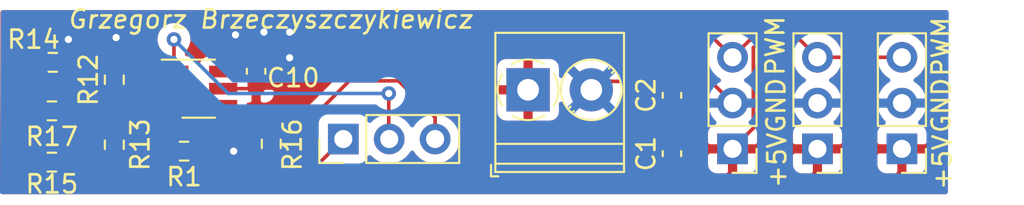
<source format=kicad_pcb>
(kicad_pcb (version 20171130) (host pcbnew "(5.1.8)-1")

  (general
    (thickness 1.6)
    (drawings 7)
    (tracks 76)
    (zones 0)
    (modules 16)
    (nets 10)
  )

  (page A4)
  (layers
    (0 F.Cu signal)
    (31 B.Cu signal)
    (32 B.Adhes user)
    (33 F.Adhes user)
    (34 B.Paste user)
    (35 F.Paste user)
    (36 B.SilkS user)
    (37 F.SilkS user)
    (38 B.Mask user)
    (39 F.Mask user)
    (40 Dwgs.User user)
    (41 Cmts.User user)
    (42 Eco1.User user)
    (43 Eco2.User user)
    (44 Edge.Cuts user)
    (45 Margin user)
    (46 B.CrtYd user)
    (47 F.CrtYd user)
    (48 B.Fab user)
    (49 F.Fab user)
  )

  (setup
    (last_trace_width 0.2)
    (trace_clearance 0.2)
    (zone_clearance 0.508)
    (zone_45_only no)
    (trace_min 0.2)
    (via_size 0.8)
    (via_drill 0.4)
    (via_min_size 0.4)
    (via_min_drill 0.3)
    (uvia_size 0.3)
    (uvia_drill 0.1)
    (uvias_allowed no)
    (uvia_min_size 0.2)
    (uvia_min_drill 0.1)
    (edge_width 0.05)
    (segment_width 0.2)
    (pcb_text_width 0.3)
    (pcb_text_size 1.5 1.5)
    (mod_edge_width 0.12)
    (mod_text_size 1 1)
    (mod_text_width 0.15)
    (pad_size 1.7 1.7)
    (pad_drill 1)
    (pad_to_mask_clearance 0)
    (aux_axis_origin 0 0)
    (visible_elements 7FFFFFFF)
    (pcbplotparams
      (layerselection 0x010fc_ffffffff)
      (usegerberextensions false)
      (usegerberattributes false)
      (usegerberadvancedattributes false)
      (creategerberjobfile false)
      (excludeedgelayer true)
      (linewidth 0.100000)
      (plotframeref false)
      (viasonmask false)
      (mode 1)
      (useauxorigin false)
      (hpglpennumber 1)
      (hpglpenspeed 20)
      (hpglpendiameter 15.000000)
      (psnegative false)
      (psa4output false)
      (plotreference true)
      (plotvalue true)
      (plotinvisibletext false)
      (padsonsilk false)
      (subtractmaskfromsilk false)
      (outputformat 1)
      (mirror false)
      (drillshape 0)
      (scaleselection 1)
      (outputdirectory "Gerbers/"))
  )

  (net 0 "")
  (net 1 GND)
  (net 2 +5V)
  (net 3 /PWM)
  (net 4 "Net-(R1-Pad2)")
  (net 5 "Net-(R12-Pad1)")
  (net 6 "Net-(R14-Pad2)")
  (net 7 "Net-(R15-Pad1)")
  (net 8 "Net-(R16-Pad2)")
  (net 9 /IN)

  (net_class Default "This is the default net class."
    (clearance 0.2)
    (trace_width 0.2)
    (via_dia 0.8)
    (via_drill 0.4)
    (uvia_dia 0.3)
    (uvia_drill 0.1)
    (add_net +5V)
    (add_net /IN)
    (add_net /PWM)
    (add_net GND)
    (add_net "Net-(R1-Pad2)")
    (add_net "Net-(R12-Pad1)")
    (add_net "Net-(R14-Pad2)")
    (add_net "Net-(R15-Pad1)")
    (add_net "Net-(R16-Pad2)")
  )

  (module Connector_PinHeader_2.54mm:PinHeader_1x03_P2.54mm_Vertical (layer F.Cu) (tedit 59FED5CC) (tstamp 606FDC99)
    (at 161.5948 40.1066 180)
    (descr "Through hole straight pin header, 1x03, 2.54mm pitch, single row")
    (tags "Through hole pin header THT 1x03 2.54mm single row")
    (path /5FA7B2EB)
    (fp_text reference J3 (at 0 -2.33) (layer F.SilkS) hide
      (effects (font (size 1 1) (thickness 0.15)))
    )
    (fp_text value Conn_01x03_Male (at 0 7.41) (layer F.Fab)
      (effects (font (size 1 1) (thickness 0.15)))
    )
    (fp_text user %R (at 0 2.54 90) (layer F.Fab)
      (effects (font (size 1 1) (thickness 0.15)))
    )
    (fp_line (start -0.635 -1.27) (end 1.27 -1.27) (layer F.Fab) (width 0.1))
    (fp_line (start 1.27 -1.27) (end 1.27 6.35) (layer F.Fab) (width 0.1))
    (fp_line (start 1.27 6.35) (end -1.27 6.35) (layer F.Fab) (width 0.1))
    (fp_line (start -1.27 6.35) (end -1.27 -0.635) (layer F.Fab) (width 0.1))
    (fp_line (start -1.27 -0.635) (end -0.635 -1.27) (layer F.Fab) (width 0.1))
    (fp_line (start -1.33 6.41) (end 1.33 6.41) (layer F.SilkS) (width 0.12))
    (fp_line (start -1.33 1.27) (end -1.33 6.41) (layer F.SilkS) (width 0.12))
    (fp_line (start 1.33 1.27) (end 1.33 6.41) (layer F.SilkS) (width 0.12))
    (fp_line (start -1.33 1.27) (end 1.33 1.27) (layer F.SilkS) (width 0.12))
    (fp_line (start -1.33 0) (end -1.33 -1.33) (layer F.SilkS) (width 0.12))
    (fp_line (start -1.33 -1.33) (end 0 -1.33) (layer F.SilkS) (width 0.12))
    (fp_line (start -1.8 -1.8) (end -1.8 6.85) (layer F.CrtYd) (width 0.05))
    (fp_line (start -1.8 6.85) (end 1.8 6.85) (layer F.CrtYd) (width 0.05))
    (fp_line (start 1.8 6.85) (end 1.8 -1.8) (layer F.CrtYd) (width 0.05))
    (fp_line (start 1.8 -1.8) (end -1.8 -1.8) (layer F.CrtYd) (width 0.05))
    (pad 3 thru_hole oval (at 0 5.08 180) (size 1.7 1.7) (drill 1) (layers *.Cu *.Mask)
      (net 3 /PWM))
    (pad 2 thru_hole oval (at 0 2.54 180) (size 1.7 1.7) (drill 1) (layers *.Cu *.Mask)
      (net 1 GND))
    (pad 1 thru_hole rect (at 0 0 180) (size 1.7 1.7) (drill 1) (layers *.Cu *.Mask)
      (net 2 +5V))
    (model ${KISYS3DMOD}/Connector_PinHeader_2.54mm.3dshapes/PinHeader_1x03_P2.54mm_Vertical.wrl
      (at (xyz 0 0 0))
      (scale (xyz 1 1 1))
      (rotate (xyz 0 0 0))
    )
  )

  (module Connector_PinHeader_2.54mm:PinHeader_1x03_P2.54mm_Vertical (layer F.Cu) (tedit 59FED5CC) (tstamp 606FDC6D)
    (at 156.9212 40.1066 180)
    (descr "Through hole straight pin header, 1x03, 2.54mm pitch, single row")
    (tags "Through hole pin header THT 1x03 2.54mm single row")
    (path /5FA7B2EB)
    (fp_text reference J3 (at 0 -2.33) (layer F.SilkS) hide
      (effects (font (size 1 1) (thickness 0.15)))
    )
    (fp_text value Conn_01x03_Male (at 0 7.41) (layer F.Fab)
      (effects (font (size 1 1) (thickness 0.15)))
    )
    (fp_line (start 1.8 -1.8) (end -1.8 -1.8) (layer F.CrtYd) (width 0.05))
    (fp_line (start 1.8 6.85) (end 1.8 -1.8) (layer F.CrtYd) (width 0.05))
    (fp_line (start -1.8 6.85) (end 1.8 6.85) (layer F.CrtYd) (width 0.05))
    (fp_line (start -1.8 -1.8) (end -1.8 6.85) (layer F.CrtYd) (width 0.05))
    (fp_line (start -1.33 -1.33) (end 0 -1.33) (layer F.SilkS) (width 0.12))
    (fp_line (start -1.33 0) (end -1.33 -1.33) (layer F.SilkS) (width 0.12))
    (fp_line (start -1.33 1.27) (end 1.33 1.27) (layer F.SilkS) (width 0.12))
    (fp_line (start 1.33 1.27) (end 1.33 6.41) (layer F.SilkS) (width 0.12))
    (fp_line (start -1.33 1.27) (end -1.33 6.41) (layer F.SilkS) (width 0.12))
    (fp_line (start -1.33 6.41) (end 1.33 6.41) (layer F.SilkS) (width 0.12))
    (fp_line (start -1.27 -0.635) (end -0.635 -1.27) (layer F.Fab) (width 0.1))
    (fp_line (start -1.27 6.35) (end -1.27 -0.635) (layer F.Fab) (width 0.1))
    (fp_line (start 1.27 6.35) (end -1.27 6.35) (layer F.Fab) (width 0.1))
    (fp_line (start 1.27 -1.27) (end 1.27 6.35) (layer F.Fab) (width 0.1))
    (fp_line (start -0.635 -1.27) (end 1.27 -1.27) (layer F.Fab) (width 0.1))
    (fp_text user %R (at 0 2.54 90) (layer F.Fab)
      (effects (font (size 1 1) (thickness 0.15)))
    )
    (pad 1 thru_hole rect (at 0 0 180) (size 1.7 1.7) (drill 1) (layers *.Cu *.Mask)
      (net 2 +5V))
    (pad 2 thru_hole oval (at 0 2.54 180) (size 1.7 1.7) (drill 1) (layers *.Cu *.Mask)
      (net 1 GND))
    (pad 3 thru_hole oval (at 0 5.08 180) (size 1.7 1.7) (drill 1) (layers *.Cu *.Mask)
      (net 3 /PWM))
    (model ${KISYS3DMOD}/Connector_PinHeader_2.54mm.3dshapes/PinHeader_1x03_P2.54mm_Vertical.wrl
      (at (xyz 0 0 0))
      (scale (xyz 1 1 1))
      (rotate (xyz 0 0 0))
    )
  )

  (module Capacitor_SMD:C_0603_1608Metric (layer F.Cu) (tedit 5F68FEEE) (tstamp 606FC0F9)
    (at 148.8694 40.3736 90)
    (descr "Capacitor SMD 0603 (1608 Metric), square (rectangular) end terminal, IPC_7351 nominal, (Body size source: IPC-SM-782 page 76, https://www.pcb-3d.com/wordpress/wp-content/uploads/ipc-sm-782a_amendment_1_and_2.pdf), generated with kicad-footprint-generator")
    (tags capacitor)
    (path /5FA67BE7)
    (attr smd)
    (fp_text reference C1 (at 0 -1.43 90) (layer F.SilkS)
      (effects (font (size 1 1) (thickness 0.15)))
    )
    (fp_text value 0.1u (at 0 1.43 90) (layer F.Fab)
      (effects (font (size 1 1) (thickness 0.15)))
    )
    (fp_text user %R (at 0 0 90) (layer F.Fab)
      (effects (font (size 0.4 0.4) (thickness 0.06)))
    )
    (fp_line (start -0.8 0.4) (end -0.8 -0.4) (layer F.Fab) (width 0.1))
    (fp_line (start -0.8 -0.4) (end 0.8 -0.4) (layer F.Fab) (width 0.1))
    (fp_line (start 0.8 -0.4) (end 0.8 0.4) (layer F.Fab) (width 0.1))
    (fp_line (start 0.8 0.4) (end -0.8 0.4) (layer F.Fab) (width 0.1))
    (fp_line (start -0.14058 -0.51) (end 0.14058 -0.51) (layer F.SilkS) (width 0.12))
    (fp_line (start -0.14058 0.51) (end 0.14058 0.51) (layer F.SilkS) (width 0.12))
    (fp_line (start -1.48 0.73) (end -1.48 -0.73) (layer F.CrtYd) (width 0.05))
    (fp_line (start -1.48 -0.73) (end 1.48 -0.73) (layer F.CrtYd) (width 0.05))
    (fp_line (start 1.48 -0.73) (end 1.48 0.73) (layer F.CrtYd) (width 0.05))
    (fp_line (start 1.48 0.73) (end -1.48 0.73) (layer F.CrtYd) (width 0.05))
    (pad 2 smd roundrect (at 0.775 0 90) (size 0.9 0.95) (layers F.Cu F.Paste F.Mask) (roundrect_rratio 0.25)
      (net 1 GND))
    (pad 1 smd roundrect (at -0.775 0 90) (size 0.9 0.95) (layers F.Cu F.Paste F.Mask) (roundrect_rratio 0.25)
      (net 2 +5V))
    (model ${KISYS3DMOD}/Capacitor_SMD.3dshapes/C_0603_1608Metric.wrl
      (at (xyz 0 0 0))
      (scale (xyz 1 1 1))
      (rotate (xyz 0 0 0))
    )
  )

  (module Capacitor_SMD:C_0603_1608Metric (layer F.Cu) (tedit 5F68FEEE) (tstamp 606FC10A)
    (at 148.8694 37.1351 90)
    (descr "Capacitor SMD 0603 (1608 Metric), square (rectangular) end terminal, IPC_7351 nominal, (Body size source: IPC-SM-782 page 76, https://www.pcb-3d.com/wordpress/wp-content/uploads/ipc-sm-782a_amendment_1_and_2.pdf), generated with kicad-footprint-generator")
    (tags capacitor)
    (path /5FA66D53)
    (attr smd)
    (fp_text reference C2 (at 0 -1.43 90) (layer F.SilkS)
      (effects (font (size 1 1) (thickness 0.15)))
    )
    (fp_text value 0.1u (at 0 1.43 90) (layer F.Fab)
      (effects (font (size 1 1) (thickness 0.15)))
    )
    (fp_line (start 1.48 0.73) (end -1.48 0.73) (layer F.CrtYd) (width 0.05))
    (fp_line (start 1.48 -0.73) (end 1.48 0.73) (layer F.CrtYd) (width 0.05))
    (fp_line (start -1.48 -0.73) (end 1.48 -0.73) (layer F.CrtYd) (width 0.05))
    (fp_line (start -1.48 0.73) (end -1.48 -0.73) (layer F.CrtYd) (width 0.05))
    (fp_line (start -0.14058 0.51) (end 0.14058 0.51) (layer F.SilkS) (width 0.12))
    (fp_line (start -0.14058 -0.51) (end 0.14058 -0.51) (layer F.SilkS) (width 0.12))
    (fp_line (start 0.8 0.4) (end -0.8 0.4) (layer F.Fab) (width 0.1))
    (fp_line (start 0.8 -0.4) (end 0.8 0.4) (layer F.Fab) (width 0.1))
    (fp_line (start -0.8 -0.4) (end 0.8 -0.4) (layer F.Fab) (width 0.1))
    (fp_line (start -0.8 0.4) (end -0.8 -0.4) (layer F.Fab) (width 0.1))
    (fp_text user %R (at 0 0 90) (layer F.Fab)
      (effects (font (size 0.4 0.4) (thickness 0.06)))
    )
    (pad 1 smd roundrect (at -0.775 0 90) (size 0.9 0.95) (layers F.Cu F.Paste F.Mask) (roundrect_rratio 0.25)
      (net 2 +5V))
    (pad 2 smd roundrect (at 0.775 0 90) (size 0.9 0.95) (layers F.Cu F.Paste F.Mask) (roundrect_rratio 0.25)
      (net 1 GND))
    (model ${KISYS3DMOD}/Capacitor_SMD.3dshapes/C_0603_1608Metric.wrl
      (at (xyz 0 0 0))
      (scale (xyz 1 1 1))
      (rotate (xyz 0 0 0))
    )
  )

  (module Capacitor_SMD:C_0603_1608Metric (layer F.Cu) (tedit 5F68FEEE) (tstamp 606FC11B)
    (at 125.857 35.801 270)
    (descr "Capacitor SMD 0603 (1608 Metric), square (rectangular) end terminal, IPC_7351 nominal, (Body size source: IPC-SM-782 page 76, https://www.pcb-3d.com/wordpress/wp-content/uploads/ipc-sm-782a_amendment_1_and_2.pdf), generated with kicad-footprint-generator")
    (tags capacitor)
    (path /5FE4181E)
    (attr smd)
    (fp_text reference C10 (at 0.3686 -2.0574 180) (layer F.SilkS)
      (effects (font (size 1 1) (thickness 0.15)))
    )
    (fp_text value 0.1u (at 0 1.43 90) (layer F.Fab)
      (effects (font (size 1 1) (thickness 0.15)))
    )
    (fp_line (start 1.48 0.73) (end -1.48 0.73) (layer F.CrtYd) (width 0.05))
    (fp_line (start 1.48 -0.73) (end 1.48 0.73) (layer F.CrtYd) (width 0.05))
    (fp_line (start -1.48 -0.73) (end 1.48 -0.73) (layer F.CrtYd) (width 0.05))
    (fp_line (start -1.48 0.73) (end -1.48 -0.73) (layer F.CrtYd) (width 0.05))
    (fp_line (start -0.14058 0.51) (end 0.14058 0.51) (layer F.SilkS) (width 0.12))
    (fp_line (start -0.14058 -0.51) (end 0.14058 -0.51) (layer F.SilkS) (width 0.12))
    (fp_line (start 0.8 0.4) (end -0.8 0.4) (layer F.Fab) (width 0.1))
    (fp_line (start 0.8 -0.4) (end 0.8 0.4) (layer F.Fab) (width 0.1))
    (fp_line (start -0.8 -0.4) (end 0.8 -0.4) (layer F.Fab) (width 0.1))
    (fp_line (start -0.8 0.4) (end -0.8 -0.4) (layer F.Fab) (width 0.1))
    (fp_text user %R (at 0 0 90) (layer F.Fab)
      (effects (font (size 0.4 0.4) (thickness 0.06)))
    )
    (pad 1 smd roundrect (at -0.775 0 270) (size 0.9 0.95) (layers F.Cu F.Paste F.Mask) (roundrect_rratio 0.25)
      (net 1 GND))
    (pad 2 smd roundrect (at 0.775 0 270) (size 0.9 0.95) (layers F.Cu F.Paste F.Mask) (roundrect_rratio 0.25)
      (net 2 +5V))
    (model ${KISYS3DMOD}/Capacitor_SMD.3dshapes/C_0603_1608Metric.wrl
      (at (xyz 0 0 0))
      (scale (xyz 1 1 1))
      (rotate (xyz 0 0 0))
    )
  )

  (module TerminalBlock_Phoenix:TerminalBlock_Phoenix_PT-1,5-2-3.5-H_1x02_P3.50mm_Horizontal (layer F.Cu) (tedit 5B294F3F) (tstamp 606FC145)
    (at 140.9065 36.83)
    (descr "Terminal Block Phoenix PT-1,5-2-3.5-H, 2 pins, pitch 3.5mm, size 7x7.6mm^2, drill diamater 1.2mm, pad diameter 2.4mm, see , script-generated using https://github.com/pointhi/kicad-footprint-generator/scripts/TerminalBlock_Phoenix")
    (tags "THT Terminal Block Phoenix PT-1,5-2-3.5-H pitch 3.5mm size 7x7.6mm^2 drill 1.2mm pad 2.4mm")
    (path /5FA59775)
    (fp_text reference J2 (at 1.75 -4.16) (layer F.SilkS) hide
      (effects (font (size 1 1) (thickness 0.15)))
    )
    (fp_text value Screw_Terminal_01x02 (at 1.75 5.56) (layer F.Fab)
      (effects (font (size 1 1) (thickness 0.15)))
    )
    (fp_line (start 5.75 -3.6) (end -2.25 -3.6) (layer F.CrtYd) (width 0.05))
    (fp_line (start 5.75 5) (end 5.75 -3.6) (layer F.CrtYd) (width 0.05))
    (fp_line (start -2.25 5) (end 5.75 5) (layer F.CrtYd) (width 0.05))
    (fp_line (start -2.25 -3.6) (end -2.25 5) (layer F.CrtYd) (width 0.05))
    (fp_line (start -2.05 4.8) (end -1.65 4.8) (layer F.SilkS) (width 0.12))
    (fp_line (start -2.05 4.16) (end -2.05 4.8) (layer F.SilkS) (width 0.12))
    (fp_line (start 2.355 0.941) (end 2.226 1.069) (layer F.SilkS) (width 0.12))
    (fp_line (start 4.57 -1.275) (end 4.476 -1.181) (layer F.SilkS) (width 0.12))
    (fp_line (start 2.525 1.181) (end 2.431 1.274) (layer F.SilkS) (width 0.12))
    (fp_line (start 4.775 -1.069) (end 4.646 -0.941) (layer F.SilkS) (width 0.12))
    (fp_line (start 4.455 -1.138) (end 2.363 0.955) (layer F.Fab) (width 0.1))
    (fp_line (start 4.638 -0.955) (end 2.546 1.138) (layer F.Fab) (width 0.1))
    (fp_line (start 0.955 -1.138) (end -1.138 0.955) (layer F.Fab) (width 0.1))
    (fp_line (start 1.138 -0.955) (end -0.955 1.138) (layer F.Fab) (width 0.1))
    (fp_line (start 5.31 -3.16) (end 5.31 4.56) (layer F.SilkS) (width 0.12))
    (fp_line (start -1.81 -3.16) (end -1.81 4.56) (layer F.SilkS) (width 0.12))
    (fp_line (start -1.81 4.56) (end 5.31 4.56) (layer F.SilkS) (width 0.12))
    (fp_line (start -1.81 -3.16) (end 5.31 -3.16) (layer F.SilkS) (width 0.12))
    (fp_line (start -1.81 3) (end 5.31 3) (layer F.SilkS) (width 0.12))
    (fp_line (start -1.75 3) (end 5.25 3) (layer F.Fab) (width 0.1))
    (fp_line (start -1.81 4.1) (end 5.31 4.1) (layer F.SilkS) (width 0.12))
    (fp_line (start -1.75 4.1) (end 5.25 4.1) (layer F.Fab) (width 0.1))
    (fp_line (start -1.75 4.1) (end -1.75 -3.1) (layer F.Fab) (width 0.1))
    (fp_line (start -1.35 4.5) (end -1.75 4.1) (layer F.Fab) (width 0.1))
    (fp_line (start 5.25 4.5) (end -1.35 4.5) (layer F.Fab) (width 0.1))
    (fp_line (start 5.25 -3.1) (end 5.25 4.5) (layer F.Fab) (width 0.1))
    (fp_line (start -1.75 -3.1) (end 5.25 -3.1) (layer F.Fab) (width 0.1))
    (fp_circle (center 3.5 0) (end 5.18 0) (layer F.SilkS) (width 0.12))
    (fp_circle (center 3.5 0) (end 5 0) (layer F.Fab) (width 0.1))
    (fp_circle (center 0 0) (end 1.5 0) (layer F.Fab) (width 0.1))
    (fp_arc (start 0 0) (end 0 1.68) (angle -32) (layer F.SilkS) (width 0.12))
    (fp_arc (start 0 0) (end 1.425 0.891) (angle -64) (layer F.SilkS) (width 0.12))
    (fp_arc (start 0 0) (end 0.866 -1.44) (angle -63) (layer F.SilkS) (width 0.12))
    (fp_arc (start 0 0) (end -1.44 -0.866) (angle -63) (layer F.SilkS) (width 0.12))
    (fp_arc (start 0 0) (end -0.866 1.44) (angle -32) (layer F.SilkS) (width 0.12))
    (fp_text user %R (at 1.75 2.4) (layer F.Fab)
      (effects (font (size 1 1) (thickness 0.15)))
    )
    (pad 1 thru_hole rect (at 0 0) (size 2.4 2.4) (drill 1.2) (layers *.Cu *.Mask)
      (net 2 +5V))
    (pad 2 thru_hole circle (at 3.5 0) (size 2.4 2.4) (drill 1.2) (layers *.Cu *.Mask)
      (net 1 GND))
    (model ${KISYS3DMOD}/TerminalBlock_Phoenix.3dshapes/TerminalBlock_Phoenix_PT-1,5-2-3.5-H_1x02_P3.50mm_Horizontal.wrl
      (at (xyz 0 0 0))
      (scale (xyz 1 1 1))
      (rotate (xyz 0 0 0))
    )
  )

  (module Connector_PinHeader_2.54mm:PinHeader_1x03_P2.54mm_Vertical (layer F.Cu) (tedit 59FED5CC) (tstamp 606FC15C)
    (at 152.2222 40.1066 180)
    (descr "Through hole straight pin header, 1x03, 2.54mm pitch, single row")
    (tags "Through hole pin header THT 1x03 2.54mm single row")
    (path /5FA7B2EB)
    (fp_text reference J3 (at 0 -2.33) (layer F.SilkS) hide
      (effects (font (size 1 1) (thickness 0.15)))
    )
    (fp_text value Conn_01x03_Male (at 0 7.41) (layer F.Fab)
      (effects (font (size 1 1) (thickness 0.15)))
    )
    (fp_text user %R (at 0 2.54 90) (layer F.Fab)
      (effects (font (size 1 1) (thickness 0.15)))
    )
    (fp_line (start -0.635 -1.27) (end 1.27 -1.27) (layer F.Fab) (width 0.1))
    (fp_line (start 1.27 -1.27) (end 1.27 6.35) (layer F.Fab) (width 0.1))
    (fp_line (start 1.27 6.35) (end -1.27 6.35) (layer F.Fab) (width 0.1))
    (fp_line (start -1.27 6.35) (end -1.27 -0.635) (layer F.Fab) (width 0.1))
    (fp_line (start -1.27 -0.635) (end -0.635 -1.27) (layer F.Fab) (width 0.1))
    (fp_line (start -1.33 6.41) (end 1.33 6.41) (layer F.SilkS) (width 0.12))
    (fp_line (start -1.33 1.27) (end -1.33 6.41) (layer F.SilkS) (width 0.12))
    (fp_line (start 1.33 1.27) (end 1.33 6.41) (layer F.SilkS) (width 0.12))
    (fp_line (start -1.33 1.27) (end 1.33 1.27) (layer F.SilkS) (width 0.12))
    (fp_line (start -1.33 0) (end -1.33 -1.33) (layer F.SilkS) (width 0.12))
    (fp_line (start -1.33 -1.33) (end 0 -1.33) (layer F.SilkS) (width 0.12))
    (fp_line (start -1.8 -1.8) (end -1.8 6.85) (layer F.CrtYd) (width 0.05))
    (fp_line (start -1.8 6.85) (end 1.8 6.85) (layer F.CrtYd) (width 0.05))
    (fp_line (start 1.8 6.85) (end 1.8 -1.8) (layer F.CrtYd) (width 0.05))
    (fp_line (start 1.8 -1.8) (end -1.8 -1.8) (layer F.CrtYd) (width 0.05))
    (pad 3 thru_hole oval (at 0 5.08 180) (size 1.7 1.7) (drill 1) (layers *.Cu *.Mask)
      (net 3 /PWM))
    (pad 2 thru_hole oval (at 0 2.54 180) (size 1.7 1.7) (drill 1) (layers *.Cu *.Mask)
      (net 1 GND))
    (pad 1 thru_hole rect (at 0 0 180) (size 1.7 1.7) (drill 1) (layers *.Cu *.Mask)
      (net 2 +5V))
    (model ${KISYS3DMOD}/Connector_PinHeader_2.54mm.3dshapes/PinHeader_1x03_P2.54mm_Vertical.wrl
      (at (xyz 0 0 0))
      (scale (xyz 1 1 1))
      (rotate (xyz 0 0 0))
    )
  )

  (module Resistor_SMD:R_0603_1608Metric (layer F.Cu) (tedit 5F68FEEE) (tstamp 606FCBFA)
    (at 121.8692 40.2336 180)
    (descr "Resistor SMD 0603 (1608 Metric), square (rectangular) end terminal, IPC_7351 nominal, (Body size source: IPC-SM-782 page 72, https://www.pcb-3d.com/wordpress/wp-content/uploads/ipc-sm-782a_amendment_1_and_2.pdf), generated with kicad-footprint-generator")
    (tags resistor)
    (path /5FD656A8)
    (attr smd)
    (fp_text reference R1 (at 0 -1.43) (layer F.SilkS)
      (effects (font (size 1 1) (thickness 0.15)))
    )
    (fp_text value 102k (at 0 1.43) (layer F.Fab)
      (effects (font (size 1 1) (thickness 0.15)))
    )
    (fp_line (start 1.48 0.73) (end -1.48 0.73) (layer F.CrtYd) (width 0.05))
    (fp_line (start 1.48 -0.73) (end 1.48 0.73) (layer F.CrtYd) (width 0.05))
    (fp_line (start -1.48 -0.73) (end 1.48 -0.73) (layer F.CrtYd) (width 0.05))
    (fp_line (start -1.48 0.73) (end -1.48 -0.73) (layer F.CrtYd) (width 0.05))
    (fp_line (start -0.237258 0.5225) (end 0.237258 0.5225) (layer F.SilkS) (width 0.12))
    (fp_line (start -0.237258 -0.5225) (end 0.237258 -0.5225) (layer F.SilkS) (width 0.12))
    (fp_line (start 0.8 0.4125) (end -0.8 0.4125) (layer F.Fab) (width 0.1))
    (fp_line (start 0.8 -0.4125) (end 0.8 0.4125) (layer F.Fab) (width 0.1))
    (fp_line (start -0.8 -0.4125) (end 0.8 -0.4125) (layer F.Fab) (width 0.1))
    (fp_line (start -0.8 0.4125) (end -0.8 -0.4125) (layer F.Fab) (width 0.1))
    (fp_text user %R (at 0 0) (layer F.Fab)
      (effects (font (size 0.4 0.4) (thickness 0.06)))
    )
    (pad 1 smd roundrect (at -0.825 0 180) (size 0.8 0.95) (layers F.Cu F.Paste F.Mask) (roundrect_rratio 0.25)
      (net 1 GND))
    (pad 2 smd roundrect (at 0.825 0 180) (size 0.8 0.95) (layers F.Cu F.Paste F.Mask) (roundrect_rratio 0.25)
      (net 4 "Net-(R1-Pad2)"))
    (model ${KISYS3DMOD}/Resistor_SMD.3dshapes/R_0603_1608Metric.wrl
      (at (xyz 0 0 0))
      (scale (xyz 1 1 1))
      (rotate (xyz 0 0 0))
    )
  )

  (module Resistor_SMD:R_0603_1608Metric (layer F.Cu) (tedit 5F68FEEE) (tstamp 606FC17E)
    (at 118.0084 36.2712 90)
    (descr "Resistor SMD 0603 (1608 Metric), square (rectangular) end terminal, IPC_7351 nominal, (Body size source: IPC-SM-782 page 72, https://www.pcb-3d.com/wordpress/wp-content/uploads/ipc-sm-782a_amendment_1_and_2.pdf), generated with kicad-footprint-generator")
    (tags resistor)
    (path /5FD4855E)
    (attr smd)
    (fp_text reference R12 (at 0 -1.43 90) (layer F.SilkS)
      (effects (font (size 1 1) (thickness 0.15)))
    )
    (fp_text value 619k (at 0 1.43 90) (layer F.Fab)
      (effects (font (size 1 1) (thickness 0.15)))
    )
    (fp_line (start 1.48 0.73) (end -1.48 0.73) (layer F.CrtYd) (width 0.05))
    (fp_line (start 1.48 -0.73) (end 1.48 0.73) (layer F.CrtYd) (width 0.05))
    (fp_line (start -1.48 -0.73) (end 1.48 -0.73) (layer F.CrtYd) (width 0.05))
    (fp_line (start -1.48 0.73) (end -1.48 -0.73) (layer F.CrtYd) (width 0.05))
    (fp_line (start -0.237258 0.5225) (end 0.237258 0.5225) (layer F.SilkS) (width 0.12))
    (fp_line (start -0.237258 -0.5225) (end 0.237258 -0.5225) (layer F.SilkS) (width 0.12))
    (fp_line (start 0.8 0.4125) (end -0.8 0.4125) (layer F.Fab) (width 0.1))
    (fp_line (start 0.8 -0.4125) (end 0.8 0.4125) (layer F.Fab) (width 0.1))
    (fp_line (start -0.8 -0.4125) (end 0.8 -0.4125) (layer F.Fab) (width 0.1))
    (fp_line (start -0.8 0.4125) (end -0.8 -0.4125) (layer F.Fab) (width 0.1))
    (fp_text user %R (at 0 0 90) (layer F.Fab)
      (effects (font (size 0.4 0.4) (thickness 0.06)))
    )
    (pad 1 smd roundrect (at -0.825 0 90) (size 0.8 0.95) (layers F.Cu F.Paste F.Mask) (roundrect_rratio 0.25)
      (net 5 "Net-(R12-Pad1)"))
    (pad 2 smd roundrect (at 0.825 0 90) (size 0.8 0.95) (layers F.Cu F.Paste F.Mask) (roundrect_rratio 0.25)
      (net 1 GND))
    (model ${KISYS3DMOD}/Resistor_SMD.3dshapes/R_0603_1608Metric.wrl
      (at (xyz 0 0 0))
      (scale (xyz 1 1 1))
      (rotate (xyz 0 0 0))
    )
  )

  (module Resistor_SMD:R_0603_1608Metric (layer F.Cu) (tedit 5F68FEEE) (tstamp 606FD10E)
    (at 118.0084 39.878 270)
    (descr "Resistor SMD 0603 (1608 Metric), square (rectangular) end terminal, IPC_7351 nominal, (Body size source: IPC-SM-782 page 72, https://www.pcb-3d.com/wordpress/wp-content/uploads/ipc-sm-782a_amendment_1_and_2.pdf), generated with kicad-footprint-generator")
    (tags resistor)
    (path /5FD64D2B)
    (attr smd)
    (fp_text reference R13 (at 0 -1.43 90) (layer F.SilkS)
      (effects (font (size 1 1) (thickness 0.15)))
    )
    (fp_text value 976k (at 0 1.43 90) (layer F.Fab)
      (effects (font (size 1 1) (thickness 0.15)))
    )
    (fp_text user %R (at 0 0 90) (layer F.Fab)
      (effects (font (size 0.4 0.4) (thickness 0.06)))
    )
    (fp_line (start -0.8 0.4125) (end -0.8 -0.4125) (layer F.Fab) (width 0.1))
    (fp_line (start -0.8 -0.4125) (end 0.8 -0.4125) (layer F.Fab) (width 0.1))
    (fp_line (start 0.8 -0.4125) (end 0.8 0.4125) (layer F.Fab) (width 0.1))
    (fp_line (start 0.8 0.4125) (end -0.8 0.4125) (layer F.Fab) (width 0.1))
    (fp_line (start -0.237258 -0.5225) (end 0.237258 -0.5225) (layer F.SilkS) (width 0.12))
    (fp_line (start -0.237258 0.5225) (end 0.237258 0.5225) (layer F.SilkS) (width 0.12))
    (fp_line (start -1.48 0.73) (end -1.48 -0.73) (layer F.CrtYd) (width 0.05))
    (fp_line (start -1.48 -0.73) (end 1.48 -0.73) (layer F.CrtYd) (width 0.05))
    (fp_line (start 1.48 -0.73) (end 1.48 0.73) (layer F.CrtYd) (width 0.05))
    (fp_line (start 1.48 0.73) (end -1.48 0.73) (layer F.CrtYd) (width 0.05))
    (pad 2 smd roundrect (at 0.825 0 270) (size 0.8 0.95) (layers F.Cu F.Paste F.Mask) (roundrect_rratio 0.25)
      (net 2 +5V))
    (pad 1 smd roundrect (at -0.825 0 270) (size 0.8 0.95) (layers F.Cu F.Paste F.Mask) (roundrect_rratio 0.25)
      (net 4 "Net-(R1-Pad2)"))
    (model ${KISYS3DMOD}/Resistor_SMD.3dshapes/R_0603_1608Metric.wrl
      (at (xyz 0 0 0))
      (scale (xyz 1 1 1))
      (rotate (xyz 0 0 0))
    )
  )

  (module Resistor_SMD:R_0603_1608Metric (layer F.Cu) (tedit 5F68FEEE) (tstamp 606FC1A0)
    (at 114.6048 35.306 180)
    (descr "Resistor SMD 0603 (1608 Metric), square (rectangular) end terminal, IPC_7351 nominal, (Body size source: IPC-SM-782 page 72, https://www.pcb-3d.com/wordpress/wp-content/uploads/ipc-sm-782a_amendment_1_and_2.pdf), generated with kicad-footprint-generator")
    (tags resistor)
    (path /5FD9456F)
    (attr smd)
    (fp_text reference R14 (at 1.0668 1.27) (layer F.SilkS)
      (effects (font (size 1 1) (thickness 0.15)))
    )
    (fp_text value 50k (at 0 1.43) (layer F.Fab)
      (effects (font (size 1 1) (thickness 0.15)))
    )
    (fp_line (start 1.48 0.73) (end -1.48 0.73) (layer F.CrtYd) (width 0.05))
    (fp_line (start 1.48 -0.73) (end 1.48 0.73) (layer F.CrtYd) (width 0.05))
    (fp_line (start -1.48 -0.73) (end 1.48 -0.73) (layer F.CrtYd) (width 0.05))
    (fp_line (start -1.48 0.73) (end -1.48 -0.73) (layer F.CrtYd) (width 0.05))
    (fp_line (start -0.237258 0.5225) (end 0.237258 0.5225) (layer F.SilkS) (width 0.12))
    (fp_line (start -0.237258 -0.5225) (end 0.237258 -0.5225) (layer F.SilkS) (width 0.12))
    (fp_line (start 0.8 0.4125) (end -0.8 0.4125) (layer F.Fab) (width 0.1))
    (fp_line (start 0.8 -0.4125) (end 0.8 0.4125) (layer F.Fab) (width 0.1))
    (fp_line (start -0.8 -0.4125) (end 0.8 -0.4125) (layer F.Fab) (width 0.1))
    (fp_line (start -0.8 0.4125) (end -0.8 -0.4125) (layer F.Fab) (width 0.1))
    (fp_text user %R (at 0.1016 -0.2032) (layer F.Fab)
      (effects (font (size 0.4 0.4) (thickness 0.06)))
    )
    (pad 1 smd roundrect (at -0.825 0 180) (size 0.8 0.95) (layers F.Cu F.Paste F.Mask) (roundrect_rratio 0.25)
      (net 1 GND))
    (pad 2 smd roundrect (at 0.825 0 180) (size 0.8 0.95) (layers F.Cu F.Paste F.Mask) (roundrect_rratio 0.25)
      (net 6 "Net-(R14-Pad2)"))
    (model ${KISYS3DMOD}/Resistor_SMD.3dshapes/R_0603_1608Metric.wrl
      (at (xyz 0 0 0))
      (scale (xyz 1 1 1))
      (rotate (xyz 0 0 0))
    )
  )

  (module Resistor_SMD:R_0603_1608Metric (layer F.Cu) (tedit 5F68FEEE) (tstamp 606FC1B1)
    (at 114.554 40.8432 180)
    (descr "Resistor SMD 0603 (1608 Metric), square (rectangular) end terminal, IPC_7351 nominal, (Body size source: IPC-SM-782 page 72, https://www.pcb-3d.com/wordpress/wp-content/uploads/ipc-sm-782a_amendment_1_and_2.pdf), generated with kicad-footprint-generator")
    (tags resistor)
    (path /5FE7D689)
    (attr smd)
    (fp_text reference R15 (at 0 -1.2192) (layer F.SilkS)
      (effects (font (size 1 1) (thickness 0.15)))
    )
    (fp_text value 1.25k (at 0 1.43) (layer F.Fab)
      (effects (font (size 1 1) (thickness 0.15)))
    )
    (fp_text user %R (at 0 0) (layer F.Fab)
      (effects (font (size 0.4 0.4) (thickness 0.06)))
    )
    (fp_line (start -0.8 0.4125) (end -0.8 -0.4125) (layer F.Fab) (width 0.1))
    (fp_line (start -0.8 -0.4125) (end 0.8 -0.4125) (layer F.Fab) (width 0.1))
    (fp_line (start 0.8 -0.4125) (end 0.8 0.4125) (layer F.Fab) (width 0.1))
    (fp_line (start 0.8 0.4125) (end -0.8 0.4125) (layer F.Fab) (width 0.1))
    (fp_line (start -0.237258 -0.5225) (end 0.237258 -0.5225) (layer F.SilkS) (width 0.12))
    (fp_line (start -0.237258 0.5225) (end 0.237258 0.5225) (layer F.SilkS) (width 0.12))
    (fp_line (start -1.48 0.73) (end -1.48 -0.73) (layer F.CrtYd) (width 0.05))
    (fp_line (start -1.48 -0.73) (end 1.48 -0.73) (layer F.CrtYd) (width 0.05))
    (fp_line (start 1.48 -0.73) (end 1.48 0.73) (layer F.CrtYd) (width 0.05))
    (fp_line (start 1.48 0.73) (end -1.48 0.73) (layer F.CrtYd) (width 0.05))
    (pad 2 smd roundrect (at 0.825 0 180) (size 0.8 0.95) (layers F.Cu F.Paste F.Mask) (roundrect_rratio 0.25)
      (net 6 "Net-(R14-Pad2)"))
    (pad 1 smd roundrect (at -0.825 0 180) (size 0.8 0.95) (layers F.Cu F.Paste F.Mask) (roundrect_rratio 0.25)
      (net 7 "Net-(R15-Pad1)"))
    (model ${KISYS3DMOD}/Resistor_SMD.3dshapes/R_0603_1608Metric.wrl
      (at (xyz 0 0 0))
      (scale (xyz 1 1 1))
      (rotate (xyz 0 0 0))
    )
  )

  (module Resistor_SMD:R_0603_1608Metric (layer F.Cu) (tedit 5F68FEEE) (tstamp 606FCE88)
    (at 126.6952 39.8272 270)
    (descr "Resistor SMD 0603 (1608 Metric), square (rectangular) end terminal, IPC_7351 nominal, (Body size source: IPC-SM-782 page 72, https://www.pcb-3d.com/wordpress/wp-content/uploads/ipc-sm-782a_amendment_1_and_2.pdf), generated with kicad-footprint-generator")
    (tags resistor)
    (path /5FE7DB53)
    (attr smd)
    (fp_text reference R16 (at 0.0508 -1.1684 90) (layer F.SilkS)
      (effects (font (size 1 1) (thickness 0.15)))
    )
    (fp_text value 1.25k (at 0 1.43 90) (layer F.Fab)
      (effects (font (size 1 1) (thickness 0.15)))
    )
    (fp_line (start 1.48 0.73) (end -1.48 0.73) (layer F.CrtYd) (width 0.05))
    (fp_line (start 1.48 -0.73) (end 1.48 0.73) (layer F.CrtYd) (width 0.05))
    (fp_line (start -1.48 -0.73) (end 1.48 -0.73) (layer F.CrtYd) (width 0.05))
    (fp_line (start -1.48 0.73) (end -1.48 -0.73) (layer F.CrtYd) (width 0.05))
    (fp_line (start -0.237258 0.5225) (end 0.237258 0.5225) (layer F.SilkS) (width 0.12))
    (fp_line (start -0.237258 -0.5225) (end 0.237258 -0.5225) (layer F.SilkS) (width 0.12))
    (fp_line (start 0.8 0.4125) (end -0.8 0.4125) (layer F.Fab) (width 0.1))
    (fp_line (start 0.8 -0.4125) (end 0.8 0.4125) (layer F.Fab) (width 0.1))
    (fp_line (start -0.8 -0.4125) (end 0.8 -0.4125) (layer F.Fab) (width 0.1))
    (fp_line (start -0.8 0.4125) (end -0.8 -0.4125) (layer F.Fab) (width 0.1))
    (fp_text user %R (at 0 0 90) (layer F.Fab)
      (effects (font (size 0.4 0.4) (thickness 0.06)))
    )
    (pad 1 smd roundrect (at -0.825 0 270) (size 0.8 0.95) (layers F.Cu F.Paste F.Mask) (roundrect_rratio 0.25)
      (net 1 GND))
    (pad 2 smd roundrect (at 0.825 0 270) (size 0.8 0.95) (layers F.Cu F.Paste F.Mask) (roundrect_rratio 0.25)
      (net 8 "Net-(R16-Pad2)"))
    (model ${KISYS3DMOD}/Resistor_SMD.3dshapes/R_0603_1608Metric.wrl
      (at (xyz 0 0 0))
      (scale (xyz 1 1 1))
      (rotate (xyz 0 0 0))
    )
  )

  (module Resistor_SMD:R_0603_1608Metric (layer F.Cu) (tedit 5F68FEEE) (tstamp 606FC799)
    (at 114.554 37.9984 180)
    (descr "Resistor SMD 0603 (1608 Metric), square (rectangular) end terminal, IPC_7351 nominal, (Body size source: IPC-SM-782 page 72, https://www.pcb-3d.com/wordpress/wp-content/uploads/ipc-sm-782a_amendment_1_and_2.pdf), generated with kicad-footprint-generator")
    (tags resistor)
    (path /5FD95118)
    (attr smd)
    (fp_text reference R17 (at 0 -1.43) (layer F.SilkS)
      (effects (font (size 1 1) (thickness 0.15)))
    )
    (fp_text value 40k (at 0 1.43) (layer F.Fab)
      (effects (font (size 1 1) (thickness 0.15)))
    )
    (fp_text user %R (at 0 0) (layer F.Fab)
      (effects (font (size 0.4 0.4) (thickness 0.06)))
    )
    (fp_line (start -0.8 0.4125) (end -0.8 -0.4125) (layer F.Fab) (width 0.1))
    (fp_line (start -0.8 -0.4125) (end 0.8 -0.4125) (layer F.Fab) (width 0.1))
    (fp_line (start 0.8 -0.4125) (end 0.8 0.4125) (layer F.Fab) (width 0.1))
    (fp_line (start 0.8 0.4125) (end -0.8 0.4125) (layer F.Fab) (width 0.1))
    (fp_line (start -0.237258 -0.5225) (end 0.237258 -0.5225) (layer F.SilkS) (width 0.12))
    (fp_line (start -0.237258 0.5225) (end 0.237258 0.5225) (layer F.SilkS) (width 0.12))
    (fp_line (start -1.48 0.73) (end -1.48 -0.73) (layer F.CrtYd) (width 0.05))
    (fp_line (start -1.48 -0.73) (end 1.48 -0.73) (layer F.CrtYd) (width 0.05))
    (fp_line (start 1.48 -0.73) (end 1.48 0.73) (layer F.CrtYd) (width 0.05))
    (fp_line (start 1.48 0.73) (end -1.48 0.73) (layer F.CrtYd) (width 0.05))
    (pad 2 smd roundrect (at 0.825 0 180) (size 0.8 0.95) (layers F.Cu F.Paste F.Mask) (roundrect_rratio 0.25)
      (net 6 "Net-(R14-Pad2)"))
    (pad 1 smd roundrect (at -0.825 0 180) (size 0.8 0.95) (layers F.Cu F.Paste F.Mask) (roundrect_rratio 0.25)
      (net 2 +5V))
    (model ${KISYS3DMOD}/Resistor_SMD.3dshapes/R_0603_1608Metric.wrl
      (at (xyz 0 0 0))
      (scale (xyz 1 1 1))
      (rotate (xyz 0 0 0))
    )
  )

  (module Connector_PinHeader_2.54mm:PinHeader_1x03_P2.54mm_Vertical (layer F.Cu) (tedit 59FED5CC) (tstamp 606FC1EA)
    (at 130.683 39.5605 90)
    (descr "Through hole straight pin header, 1x03, 2.54mm pitch, single row")
    (tags "Through hole pin header THT 1x03 2.54mm single row")
    (path /5FA0A78B)
    (fp_text reference RV1 (at -2.2987 2.2098 180) (layer F.SilkS) hide
      (effects (font (size 1 1) (thickness 0.15)))
    )
    (fp_text value 10k (at 0 7.41 90) (layer F.Fab)
      (effects (font (size 1 1) (thickness 0.15)))
    )
    (fp_line (start 1.8 -1.8) (end -1.8 -1.8) (layer F.CrtYd) (width 0.05))
    (fp_line (start 1.8 6.85) (end 1.8 -1.8) (layer F.CrtYd) (width 0.05))
    (fp_line (start -1.8 6.85) (end 1.8 6.85) (layer F.CrtYd) (width 0.05))
    (fp_line (start -1.8 -1.8) (end -1.8 6.85) (layer F.CrtYd) (width 0.05))
    (fp_line (start -1.33 -1.33) (end 0 -1.33) (layer F.SilkS) (width 0.12))
    (fp_line (start -1.33 0) (end -1.33 -1.33) (layer F.SilkS) (width 0.12))
    (fp_line (start -1.33 1.27) (end 1.33 1.27) (layer F.SilkS) (width 0.12))
    (fp_line (start 1.33 1.27) (end 1.33 6.41) (layer F.SilkS) (width 0.12))
    (fp_line (start -1.33 1.27) (end -1.33 6.41) (layer F.SilkS) (width 0.12))
    (fp_line (start -1.33 6.41) (end 1.33 6.41) (layer F.SilkS) (width 0.12))
    (fp_line (start -1.27 -0.635) (end -0.635 -1.27) (layer F.Fab) (width 0.1))
    (fp_line (start -1.27 6.35) (end -1.27 -0.635) (layer F.Fab) (width 0.1))
    (fp_line (start 1.27 6.35) (end -1.27 6.35) (layer F.Fab) (width 0.1))
    (fp_line (start 1.27 -1.27) (end 1.27 6.35) (layer F.Fab) (width 0.1))
    (fp_line (start -0.635 -1.27) (end 1.27 -1.27) (layer F.Fab) (width 0.1))
    (fp_text user %R (at 0 2.54) (layer F.Fab)
      (effects (font (size 1 1) (thickness 0.15)))
    )
    (pad 1 thru_hole rect (at 0 0 90) (size 1.7 1.7) (drill 1) (layers *.Cu *.Mask)
      (net 7 "Net-(R15-Pad1)"))
    (pad 2 thru_hole oval (at 0 2.54 90) (size 1.7 1.7) (drill 1) (layers *.Cu *.Mask)
      (net 9 /IN))
    (pad 3 thru_hole oval (at 0 5.08 90) (size 1.7 1.7) (drill 1) (layers *.Cu *.Mask)
      (net 8 "Net-(R16-Pad2)"))
    (model ${KISYS3DMOD}/Connector_PinHeader_2.54mm.3dshapes/PinHeader_1x03_P2.54mm_Vertical.wrl
      (at (xyz 0 0 0))
      (scale (xyz 1 1 1))
      (rotate (xyz 0 0 0))
    )
  )

  (module Package_TO_SOT_SMD:SOT-23-6_Handsoldering (layer F.Cu) (tedit 5A02FF57) (tstamp 606FC200)
    (at 122.682 36.7665)
    (descr "6-pin SOT-23 package, Handsoldering")
    (tags "SOT-23-6 Handsoldering")
    (path /5FCCF2DC)
    (attr smd)
    (fp_text reference U1 (at 0 -2.9) (layer F.SilkS) hide
      (effects (font (size 1 1) (thickness 0.15)))
    )
    (fp_text value "LTC6992-1 (Rev. D)" (at 0 2.9) (layer F.Fab)
      (effects (font (size 1 1) (thickness 0.15)))
    )
    (fp_line (start 0.9 -1.55) (end 0.9 1.55) (layer F.Fab) (width 0.1))
    (fp_line (start 0.9 1.55) (end -0.9 1.55) (layer F.Fab) (width 0.1))
    (fp_line (start -0.9 -0.9) (end -0.9 1.55) (layer F.Fab) (width 0.1))
    (fp_line (start 0.9 -1.55) (end -0.25 -1.55) (layer F.Fab) (width 0.1))
    (fp_line (start -0.9 -0.9) (end -0.25 -1.55) (layer F.Fab) (width 0.1))
    (fp_line (start -2.4 -1.8) (end 2.4 -1.8) (layer F.CrtYd) (width 0.05))
    (fp_line (start 2.4 -1.8) (end 2.4 1.8) (layer F.CrtYd) (width 0.05))
    (fp_line (start 2.4 1.8) (end -2.4 1.8) (layer F.CrtYd) (width 0.05))
    (fp_line (start -2.4 1.8) (end -2.4 -1.8) (layer F.CrtYd) (width 0.05))
    (fp_line (start 0.9 -1.61) (end -2.05 -1.61) (layer F.SilkS) (width 0.12))
    (fp_line (start -0.9 1.61) (end 0.9 1.61) (layer F.SilkS) (width 0.12))
    (fp_text user %R (at 0 0 90) (layer F.Fab)
      (effects (font (size 0.5 0.5) (thickness 0.075)))
    )
    (pad 1 smd rect (at -1.35 -0.95) (size 1.56 0.65) (layers F.Cu F.Paste F.Mask)
      (net 9 /IN))
    (pad 2 smd rect (at -1.35 0) (size 1.56 0.65) (layers F.Cu F.Paste F.Mask)
      (net 1 GND))
    (pad 3 smd rect (at -1.35 0.95) (size 1.56 0.65) (layers F.Cu F.Paste F.Mask)
      (net 5 "Net-(R12-Pad1)"))
    (pad 4 smd rect (at 1.35 0.95) (size 1.56 0.65) (layers F.Cu F.Paste F.Mask)
      (net 4 "Net-(R1-Pad2)"))
    (pad 6 smd rect (at 1.35 -0.95) (size 1.56 0.65) (layers F.Cu F.Paste F.Mask)
      (net 3 /PWM))
    (pad 5 smd rect (at 1.35 0) (size 1.56 0.65) (layers F.Cu F.Paste F.Mask)
      (net 2 +5V))
    (model ${KISYS3DMOD}/Package_TO_SOT_SMD.3dshapes/SOT-23-6.wrl
      (at (xyz 0 0 0))
      (scale (xyz 1 1 1))
      (rotate (xyz 0 0 0))
    )
  )

  (gr_text "Grzegorz Brzeczyszczykiewicz" (at 126.6444 32.9184) (layer F.SilkS)
    (effects (font (size 1 1) (thickness 0.15) italic))
  )
  (gr_text +5V (at 154.686 40.7416 90) (layer F.SilkS) (tstamp 606FDDEC)
    (effects (font (size 1 1) (thickness 0.15)))
  )
  (gr_text PWM (at 154.5844 34.3916 90) (layer F.SilkS) (tstamp 606FDDE9)
    (effects (font (size 1 1) (thickness 0.15)))
  )
  (gr_text GND (at 154.6352 37.6936 90) (layer F.SilkS) (tstamp 606FDDE4)
    (effects (font (size 1 1) (thickness 0.15)))
  )
  (gr_text +5V (at 163.83 40.8432 90) (layer F.SilkS)
    (effects (font (size 1 1) (thickness 0.15)))
  )
  (gr_text GND (at 163.7792 37.6936 90) (layer F.SilkS)
    (effects (font (size 1 1) (thickness 0.15)))
  )
  (gr_text PWM (at 163.7792 34.4424 90) (layer F.SilkS)
    (effects (font (size 1 1) (thickness 0.15)))
  )

  (via (at 127.7112 35.052) (size 0.8) (drill 0.4) (layers F.Cu B.Cu) (net 1))
  (via (at 127.7112 33.6296) (size 0.8) (drill 0.4) (layers F.Cu B.Cu) (net 1) (tstamp 606FCD42))
  (via (at 126.2888 33.6296) (size 0.8) (drill 0.4) (layers F.Cu B.Cu) (net 1) (tstamp 606FCD44))
  (via (at 124.714 33.782) (size 0.8) (drill 0.4) (layers F.Cu B.Cu) (net 1) (tstamp 606FCD46))
  (segment (start 127.6852 35.026) (end 127.7112 35.052) (width 0.2) (layer F.Cu) (net 1))
  (segment (start 125.857 35.026) (end 127.6852 35.026) (width 0.2) (layer F.Cu) (net 1))
  (segment (start 125.857 34.925) (end 124.5616 33.6296) (width 0.2) (layer F.Cu) (net 1))
  (segment (start 125.857 35.026) (end 125.857 34.925) (width 0.2) (layer F.Cu) (net 1))
  (segment (start 125.857 34.0614) (end 126.2888 33.6296) (width 0.2) (layer F.Cu) (net 1))
  (segment (start 125.857 35.026) (end 125.857 34.0614) (width 0.2) (layer F.Cu) (net 1))
  (segment (start 126.3148 35.026) (end 127.7112 33.6296) (width 0.2) (layer F.Cu) (net 1))
  (segment (start 125.857 35.026) (end 126.3148 35.026) (width 0.2) (layer F.Cu) (net 1))
  (via (at 118.11 33.9344) (size 0.8) (drill 0.4) (layers F.Cu B.Cu) (net 1) (tstamp 606FD52E))
  (via (at 115.4684 34.036) (size 0.8) (drill 0.4) (layers F.Cu B.Cu) (net 1) (tstamp 606FD530))
  (via (at 124.6124 40.2336) (size 0.8) (drill 0.4) (layers F.Cu B.Cu) (net 1) (tstamp 606FD578))
  (segment (start 125.8438 39.0022) (end 124.6124 40.2336) (width 0.2) (layer F.Cu) (net 1))
  (segment (start 126.6952 39.0022) (end 125.8438 39.0022) (width 0.2) (layer F.Cu) (net 1))
  (segment (start 122.6942 40.2336) (end 124.6124 40.2336) (width 0.2) (layer F.Cu) (net 1))
  (segment (start 118.0084 34.036) (end 118.11 33.9344) (width 0.2) (layer F.Cu) (net 1))
  (segment (start 118.0084 35.4462) (end 118.0084 34.036) (width 0.2) (layer F.Cu) (net 1))
  (segment (start 115.4298 34.0746) (end 115.4684 34.036) (width 0.2) (layer F.Cu) (net 1))
  (segment (start 115.4298 35.306) (end 115.4298 34.0746) (width 0.2) (layer F.Cu) (net 1))
  (segment (start 120.352 36.7665) (end 118.11 34.5245) (width 0.2) (layer F.Cu) (net 1))
  (segment (start 118.11 34.5245) (end 118.11 33.9344) (width 0.2) (layer F.Cu) (net 1))
  (segment (start 121.332 36.7665) (end 120.352 36.7665) (width 0.2) (layer F.Cu) (net 1))
  (segment (start 151.0157 36.3601) (end 152.2222 37.5666) (width 0.2) (layer F.Cu) (net 1))
  (segment (start 148.8694 36.3601) (end 151.0157 36.3601) (width 0.2) (layer F.Cu) (net 1))
  (segment (start 148.09439 37.13511) (end 148.8694 36.3601) (width 0.2) (layer F.Cu) (net 1))
  (segment (start 148.09439 38.82359) (end 148.09439 37.13511) (width 0.2) (layer F.Cu) (net 1))
  (segment (start 148.8694 39.5986) (end 148.09439 38.82359) (width 0.2) (layer F.Cu) (net 1))
  (segment (start 144.8764 36.3601) (end 144.4065 36.83) (width 0.2) (layer F.Cu) (net 1))
  (segment (start 148.8694 36.3601) (end 144.8764 36.3601) (width 0.2) (layer F.Cu) (net 1))
  (segment (start 147.1751 39.5986) (end 144.4065 36.83) (width 0.2) (layer F.Cu) (net 1))
  (segment (start 148.8694 39.5986) (end 147.1751 39.5986) (width 0.2) (layer F.Cu) (net 1))
  (via (at 133.1976 37.0332) (size 0.8) (drill 0.4) (layers F.Cu B.Cu) (net 9))
  (segment (start 125.6665 36.7665) (end 125.857 36.576) (width 0.2) (layer F.Cu) (net 2))
  (segment (start 124.032 36.7665) (end 125.6665 36.7665) (width 0.2) (layer F.Cu) (net 2))
  (segment (start 153.372201 38.956599) (end 153.372201 34.474599) (width 0.2) (layer F.Cu) (net 2))
  (segment (start 152.2222 40.1066) (end 153.372201 38.956599) (width 0.2) (layer F.Cu) (net 2))
  (segment (start 118.0084 40.703) (end 117.1062 40.703) (width 0.2) (layer F.Cu) (net 2))
  (segment (start 117.1062 40.703) (end 116.1796 39.7764) (width 0.2) (layer F.Cu) (net 2))
  (segment (start 124.032 35.8165) (end 127.982702 35.8165) (width 0.2) (layer F.Cu) (net 3))
  (segment (start 127.982702 35.8165) (end 129.763202 34.036) (width 0.2) (layer F.Cu) (net 3))
  (segment (start 151.2316 34.036) (end 152.2222 35.0266) (width 0.2) (layer F.Cu) (net 3))
  (segment (start 129.763202 34.036) (end 151.2316 34.036) (width 0.2) (layer F.Cu) (net 3))
  (segment (start 155.969189 34.074589) (end 156.9212 35.0266) (width 0.2) (layer F.Cu) (net 3))
  (segment (start 153.174211 34.074589) (end 155.969189 34.074589) (width 0.2) (layer F.Cu) (net 3))
  (segment (start 152.2222 35.0266) (end 153.174211 34.074589) (width 0.2) (layer F.Cu) (net 3))
  (segment (start 156.9212 35.0266) (end 161.5948 35.0266) (width 0.2) (layer F.Cu) (net 3))
  (segment (start 124.0536 37.7381) (end 124.032 37.7165) (width 0.2) (layer F.Cu) (net 4))
  (segment (start 123.5613 37.7165) (end 124.032 37.7165) (width 0.2) (layer F.Cu) (net 4))
  (segment (start 121.0442 40.2336) (end 123.5613 37.7165) (width 0.2) (layer F.Cu) (net 4))
  (segment (start 119.189 40.2336) (end 118.0084 39.053) (width 0.2) (layer F.Cu) (net 4))
  (segment (start 121.0442 40.2336) (end 119.189 40.2336) (width 0.2) (layer F.Cu) (net 4))
  (segment (start 121.2088 37.8397) (end 121.332 37.7165) (width 0.2) (layer F.Cu) (net 5))
  (segment (start 118.6287 37.7165) (end 118.0084 37.0962) (width 0.2) (layer F.Cu) (net 5))
  (segment (start 121.332 37.7165) (end 118.6287 37.7165) (width 0.2) (layer F.Cu) (net 5))
  (segment (start 113.729 35.3568) (end 113.7798 35.306) (width 0.2) (layer F.Cu) (net 6))
  (segment (start 113.729 37.9984) (end 113.729 35.3568) (width 0.2) (layer F.Cu) (net 6))
  (segment (start 113.729 37.9984) (end 113.729 40.8432) (width 0.2) (layer F.Cu) (net 6))
  (segment (start 130.683 39.5605) (end 129.93169 40.31181) (width 0.2) (layer F.Cu) (net 7))
  (segment (start 130.683 39.5605) (end 128.84049 41.40301) (width 0.2) (layer F.Cu) (net 7))
  (segment (start 128.84049 41.40301) (end 115.63199 41.40301) (width 0.2) (layer F.Cu) (net 7))
  (segment (start 115.63199 41.09619) (end 115.379 40.8432) (width 0.2) (layer F.Cu) (net 7))
  (segment (start 115.63199 41.40301) (end 115.63199 41.09619) (width 0.2) (layer F.Cu) (net 7))
  (segment (start 135.763 38.358419) (end 135.763 39.5605) (width 0.2) (layer F.Cu) (net 8))
  (segment (start 133.73778 36.333199) (end 135.763 38.358419) (width 0.2) (layer F.Cu) (net 8))
  (segment (start 131.014201 36.333199) (end 133.73778 36.333199) (width 0.2) (layer F.Cu) (net 8))
  (segment (start 126.6952 40.6522) (end 131.014201 36.333199) (width 0.2) (layer F.Cu) (net 8))
  (via (at 121.3104 34.036) (size 0.8) (drill 0.4) (layers F.Cu B.Cu) (net 9) (tstamp 606FC96B))
  (segment (start 124.3076 37.0332) (end 121.3104 34.036) (width 0.2) (layer B.Cu) (net 9))
  (segment (start 133.1976 37.0332) (end 124.3076 37.0332) (width 0.2) (layer B.Cu) (net 9))
  (segment (start 133.1976 39.5351) (end 133.223 39.5605) (width 0.2) (layer F.Cu) (net 9))
  (segment (start 133.1976 37.0332) (end 133.1976 39.5351) (width 0.2) (layer F.Cu) (net 9))
  (segment (start 121.3104 35.7949) (end 121.332 35.8165) (width 0.2) (layer F.Cu) (net 9))
  (segment (start 121.3104 34.036) (end 121.3104 35.7949) (width 0.2) (layer F.Cu) (net 9))

  (zone (net 2) (net_name +5V) (layer F.Cu) (tstamp 0) (hatch edge 0.508)
    (connect_pads (clearance 0.508))
    (min_thickness 0.254)
    (fill yes (arc_segments 32) (thermal_gap 0.508) (thermal_bridge_width 0.508))
    (polygon
      (pts
        (xy 164.1348 42.6212) (xy 111.6838 42.6212) (xy 111.7092 32.4104) (xy 164.1729 32.4104)
      )
    )
    (filled_polygon
      (pts
        (xy 164.008273 42.4942) (xy 111.811117 42.4942) (xy 111.822984 37.7234) (xy 112.690928 37.7234) (xy 112.690928 38.2734)
        (xy 112.707031 38.4369) (xy 112.754722 38.594116) (xy 112.832169 38.739008) (xy 112.936394 38.866006) (xy 112.994 38.913282)
        (xy 112.994001 39.928317) (xy 112.936394 39.975594) (xy 112.832169 40.102592) (xy 112.754722 40.247484) (xy 112.707031 40.4047)
        (xy 112.690928 40.5682) (xy 112.690928 41.1182) (xy 112.707031 41.2817) (xy 112.754722 41.438916) (xy 112.832169 41.583808)
        (xy 112.936394 41.710806) (xy 113.063392 41.815031) (xy 113.208284 41.892478) (xy 113.3655 41.940169) (xy 113.529 41.956272)
        (xy 113.929 41.956272) (xy 114.0925 41.940169) (xy 114.249716 41.892478) (xy 114.394608 41.815031) (xy 114.521606 41.710806)
        (xy 114.554 41.671334) (xy 114.586394 41.710806) (xy 114.713392 41.815031) (xy 114.858284 41.892478) (xy 115.0155 41.940169)
        (xy 115.143266 41.952753) (xy 115.221669 42.017096) (xy 115.22167 42.017097) (xy 115.349357 42.085347) (xy 115.487905 42.127375)
        (xy 115.63199 42.141566) (xy 115.668095 42.13801) (xy 128.804385 42.13801) (xy 128.84049 42.141566) (xy 128.876595 42.13801)
        (xy 128.984575 42.127375) (xy 129.123123 42.085347) (xy 129.25081 42.017097) (xy 129.362728 41.925248) (xy 129.385748 41.897198)
        (xy 129.684346 41.5986) (xy 147.756328 41.5986) (xy 147.768588 41.723082) (xy 147.804898 41.84278) (xy 147.863863 41.953094)
        (xy 147.943215 42.049785) (xy 148.039906 42.129137) (xy 148.15022 42.188102) (xy 148.269918 42.224412) (xy 148.3944 42.236672)
        (xy 148.58365 42.2336) (xy 148.7424 42.07485) (xy 148.7424 41.2756) (xy 148.9964 41.2756) (xy 148.9964 42.07485)
        (xy 149.15515 42.2336) (xy 149.3444 42.236672) (xy 149.468882 42.224412) (xy 149.58858 42.188102) (xy 149.698894 42.129137)
        (xy 149.795585 42.049785) (xy 149.874937 41.953094) (xy 149.933902 41.84278) (xy 149.970212 41.723082) (xy 149.982472 41.5986)
        (xy 149.9794 41.43435) (xy 149.82065 41.2756) (xy 148.9964 41.2756) (xy 148.7424 41.2756) (xy 147.91815 41.2756)
        (xy 147.7594 41.43435) (xy 147.756328 41.5986) (xy 129.684346 41.5986) (xy 130.234374 41.048572) (xy 131.533 41.048572)
        (xy 131.657482 41.036312) (xy 131.77718 41.000002) (xy 131.887494 40.941037) (xy 131.984185 40.861685) (xy 132.063537 40.764994)
        (xy 132.122502 40.65468) (xy 132.144513 40.58212) (xy 132.276368 40.713975) (xy 132.519589 40.87649) (xy 132.789842 40.988432)
        (xy 133.07674 41.0455) (xy 133.36926 41.0455) (xy 133.656158 40.988432) (xy 133.926411 40.87649) (xy 134.169632 40.713975)
        (xy 134.376475 40.507132) (xy 134.493 40.33274) (xy 134.609525 40.507132) (xy 134.816368 40.713975) (xy 135.059589 40.87649)
        (xy 135.329842 40.988432) (xy 135.61674 41.0455) (xy 135.90926 41.0455) (xy 136.196158 40.988432) (xy 136.466411 40.87649)
        (xy 136.709632 40.713975) (xy 136.916475 40.507132) (xy 137.07899 40.263911) (xy 137.190932 39.993658) (xy 137.248 39.70676)
        (xy 137.248 39.41424) (xy 137.190932 39.127342) (xy 137.07899 38.857089) (xy 136.916475 38.613868) (xy 136.709632 38.407025)
        (xy 136.492023 38.261623) (xy 136.487365 38.214334) (xy 136.445337 38.075785) (xy 136.420865 38.03) (xy 139.068428 38.03)
        (xy 139.080688 38.154482) (xy 139.116998 38.27418) (xy 139.175963 38.384494) (xy 139.255315 38.481185) (xy 139.352006 38.560537)
        (xy 139.46232 38.619502) (xy 139.582018 38.655812) (xy 139.7065 38.668072) (xy 140.62075 38.665) (xy 140.7795 38.50625)
        (xy 140.7795 36.957) (xy 139.23025 36.957) (xy 139.0715 37.11575) (xy 139.068428 38.03) (xy 136.420865 38.03)
        (xy 136.377087 37.948099) (xy 136.308253 37.864225) (xy 136.30825 37.864222) (xy 136.285237 37.836181) (xy 136.257197 37.813169)
        (xy 134.283038 35.839011) (xy 134.260018 35.810961) (xy 134.1481 35.719112) (xy 134.020413 35.650862) (xy 133.951641 35.63)
        (xy 139.068428 35.63) (xy 139.0715 36.54425) (xy 139.23025 36.703) (xy 140.7795 36.703) (xy 140.7795 35.15375)
        (xy 140.62075 34.995) (xy 139.7065 34.991928) (xy 139.582018 35.004188) (xy 139.46232 35.040498) (xy 139.352006 35.099463)
        (xy 139.255315 35.178815) (xy 139.175963 35.275506) (xy 139.116998 35.38582) (xy 139.080688 35.505518) (xy 139.068428 35.63)
        (xy 133.951641 35.63) (xy 133.881865 35.608834) (xy 133.773885 35.598199) (xy 133.73778 35.594643) (xy 133.701675 35.598199)
        (xy 131.050306 35.598199) (xy 131.014201 35.594643) (xy 130.978096 35.598199) (xy 130.870116 35.608834) (xy 130.731568 35.650862)
        (xy 130.603881 35.719112) (xy 130.491963 35.810961) (xy 130.468947 35.839006) (xy 127.763561 38.544393) (xy 127.744478 38.481484)
        (xy 127.667031 38.336592) (xy 127.562806 38.209594) (xy 127.435808 38.105369) (xy 127.290916 38.027922) (xy 127.1337 37.980231)
        (xy 126.9702 37.964128) (xy 126.4202 37.964128) (xy 126.2567 37.980231) (xy 126.099484 38.027922) (xy 125.954592 38.105369)
        (xy 125.827594 38.209594) (xy 125.77791 38.270134) (xy 125.699715 38.277835) (xy 125.561166 38.319863) (xy 125.482452 38.361937)
        (xy 125.43348 38.388113) (xy 125.321562 38.479962) (xy 125.298546 38.508007) (xy 124.607954 39.1986) (xy 124.510461 39.1986)
        (xy 124.310502 39.238374) (xy 124.122144 39.316395) (xy 123.952626 39.429663) (xy 123.883689 39.4986) (xy 123.594029 39.4986)
        (xy 123.591031 39.492992) (xy 123.486806 39.365994) (xy 123.359808 39.261769) (xy 123.214916 39.184322) (xy 123.152008 39.165239)
        (xy 123.637675 38.679572) (xy 124.812 38.679572) (xy 124.936482 38.667312) (xy 125.05618 38.631002) (xy 125.166494 38.572037)
        (xy 125.263185 38.492685) (xy 125.342537 38.395994) (xy 125.401502 38.28568) (xy 125.437812 38.165982) (xy 125.450072 38.0415)
        (xy 125.450072 37.662967) (xy 125.57125 37.661) (xy 125.73 37.50225) (xy 125.73 36.703) (xy 125.984 36.703)
        (xy 125.984 37.50225) (xy 126.14275 37.661) (xy 126.332 37.664072) (xy 126.456482 37.651812) (xy 126.57618 37.615502)
        (xy 126.686494 37.556537) (xy 126.783185 37.477185) (xy 126.862537 37.380494) (xy 126.921502 37.27018) (xy 126.957812 37.150482)
        (xy 126.970072 37.026) (xy 126.967 36.86175) (xy 126.80825 36.703) (xy 125.984 36.703) (xy 125.73 36.703)
        (xy 125.71 36.703) (xy 125.71 36.5515) (xy 127.946597 36.5515) (xy 127.982702 36.555056) (xy 128.018807 36.5515)
        (xy 128.126787 36.540865) (xy 128.265335 36.498837) (xy 128.393022 36.430587) (xy 128.50494 36.338738) (xy 128.52796 36.310688)
        (xy 130.067649 34.771) (xy 150.758949 34.771) (xy 150.7372 34.88034) (xy 150.7372 35.17286) (xy 150.794268 35.459758)
        (xy 150.862755 35.6251) (xy 149.811985 35.6251) (xy 149.729684 35.524816) (xy 149.598897 35.417482) (xy 149.449683 35.337725)
        (xy 149.287777 35.288612) (xy 149.1194 35.272028) (xy 148.6194 35.272028) (xy 148.451023 35.288612) (xy 148.289117 35.337725)
        (xy 148.139903 35.417482) (xy 148.009116 35.524816) (xy 147.926815 35.6251) (xy 145.796682 35.6251) (xy 145.576244 35.404662)
        (xy 145.275699 35.203844) (xy 144.94175 35.065518) (xy 144.587232 34.995) (xy 144.225768 34.995) (xy 143.87125 35.065518)
        (xy 143.537301 35.203844) (xy 143.236756 35.404662) (xy 142.981162 35.660256) (xy 142.780344 35.960801) (xy 142.743159 36.050574)
        (xy 142.744572 35.63) (xy 142.732312 35.505518) (xy 142.696002 35.38582) (xy 142.637037 35.275506) (xy 142.557685 35.178815)
        (xy 142.460994 35.099463) (xy 142.35068 35.040498) (xy 142.230982 35.004188) (xy 142.1065 34.991928) (xy 141.19225 34.995)
        (xy 141.0335 35.15375) (xy 141.0335 36.703) (xy 141.0535 36.703) (xy 141.0535 36.957) (xy 141.0335 36.957)
        (xy 141.0335 38.50625) (xy 141.19225 38.665) (xy 142.1065 38.668072) (xy 142.230982 38.655812) (xy 142.35068 38.619502)
        (xy 142.460994 38.560537) (xy 142.557685 38.481185) (xy 142.637037 38.384494) (xy 142.696002 38.27418) (xy 142.732312 38.154482)
        (xy 142.744572 38.03) (xy 142.743159 37.609426) (xy 142.780344 37.699199) (xy 142.981162 37.999744) (xy 143.236756 38.255338)
        (xy 143.537301 38.456156) (xy 143.87125 38.594482) (xy 144.225768 38.665) (xy 144.587232 38.665) (xy 144.94175 38.594482)
        (xy 145.075949 38.538895) (xy 146.629846 40.092793) (xy 146.652862 40.120838) (xy 146.701634 40.160864) (xy 146.76478 40.212687)
        (xy 146.892466 40.280937) (xy 147.031015 40.322965) (xy 147.1751 40.337156) (xy 147.211205 40.3336) (xy 147.872485 40.3336)
        (xy 147.863863 40.344106) (xy 147.804898 40.45442) (xy 147.768588 40.574118) (xy 147.756328 40.6986) (xy 147.7594 40.86285)
        (xy 147.91815 41.0216) (xy 148.7424 41.0216) (xy 148.7424 41.0016) (xy 148.9964 41.0016) (xy 148.9964 41.0216)
        (xy 149.82065 41.0216) (xy 149.88565 40.9566) (xy 150.734128 40.9566) (xy 150.746388 41.081082) (xy 150.782698 41.20078)
        (xy 150.841663 41.311094) (xy 150.921015 41.407785) (xy 151.017706 41.487137) (xy 151.12802 41.546102) (xy 151.247718 41.582412)
        (xy 151.3722 41.594672) (xy 151.93645 41.5916) (xy 152.0952 41.43285) (xy 152.0952 40.2336) (xy 152.3492 40.2336)
        (xy 152.3492 41.43285) (xy 152.50795 41.5916) (xy 153.0722 41.594672) (xy 153.196682 41.582412) (xy 153.31638 41.546102)
        (xy 153.426694 41.487137) (xy 153.523385 41.407785) (xy 153.602737 41.311094) (xy 153.661702 41.20078) (xy 153.698012 41.081082)
        (xy 153.710272 40.9566) (xy 155.433128 40.9566) (xy 155.445388 41.081082) (xy 155.481698 41.20078) (xy 155.540663 41.311094)
        (xy 155.620015 41.407785) (xy 155.716706 41.487137) (xy 155.82702 41.546102) (xy 155.946718 41.582412) (xy 156.0712 41.594672)
        (xy 156.63545 41.5916) (xy 156.7942 41.43285) (xy 156.7942 40.2336) (xy 157.0482 40.2336) (xy 157.0482 41.43285)
        (xy 157.20695 41.5916) (xy 157.7712 41.594672) (xy 157.895682 41.582412) (xy 158.01538 41.546102) (xy 158.125694 41.487137)
        (xy 158.222385 41.407785) (xy 158.301737 41.311094) (xy 158.360702 41.20078) (xy 158.397012 41.081082) (xy 158.409272 40.9566)
        (xy 160.106728 40.9566) (xy 160.118988 41.081082) (xy 160.155298 41.20078) (xy 160.214263 41.311094) (xy 160.293615 41.407785)
        (xy 160.390306 41.487137) (xy 160.50062 41.546102) (xy 160.620318 41.582412) (xy 160.7448 41.594672) (xy 161.30905 41.5916)
        (xy 161.4678 41.43285) (xy 161.4678 40.2336) (xy 161.7218 40.2336) (xy 161.7218 41.43285) (xy 161.88055 41.5916)
        (xy 162.4448 41.594672) (xy 162.569282 41.582412) (xy 162.68898 41.546102) (xy 162.799294 41.487137) (xy 162.895985 41.407785)
        (xy 162.975337 41.311094) (xy 163.034302 41.20078) (xy 163.070612 41.081082) (xy 163.082872 40.9566) (xy 163.0798 40.39235)
        (xy 162.92105 40.2336) (xy 161.7218 40.2336) (xy 161.4678 40.2336) (xy 160.26855 40.2336) (xy 160.1098 40.39235)
        (xy 160.106728 40.9566) (xy 158.409272 40.9566) (xy 158.4062 40.39235) (xy 158.24745 40.2336) (xy 157.0482 40.2336)
        (xy 156.7942 40.2336) (xy 155.59495 40.2336) (xy 155.4362 40.39235) (xy 155.433128 40.9566) (xy 153.710272 40.9566)
        (xy 153.7072 40.39235) (xy 153.54845 40.2336) (xy 152.3492 40.2336) (xy 152.0952 40.2336) (xy 150.89595 40.2336)
        (xy 150.7372 40.39235) (xy 150.734128 40.9566) (xy 149.88565 40.9566) (xy 149.9794 40.86285) (xy 149.982472 40.6986)
        (xy 149.970212 40.574118) (xy 149.933902 40.45442) (xy 149.874937 40.344106) (xy 149.8387 40.299951) (xy 149.916775 40.153883)
        (xy 149.965888 39.991977) (xy 149.982472 39.8236) (xy 149.982472 39.3736) (xy 149.965888 39.205223) (xy 149.916775 39.043317)
        (xy 149.837018 38.894103) (xy 149.77973 38.824297) (xy 149.795585 38.811285) (xy 149.874937 38.714594) (xy 149.933902 38.60428)
        (xy 149.970212 38.484582) (xy 149.982472 38.3601) (xy 149.9794 38.19585) (xy 149.82065 38.0371) (xy 148.9964 38.0371)
        (xy 148.9964 38.0571) (xy 148.82939 38.0571) (xy 148.82939 37.7631) (xy 148.9964 37.7631) (xy 148.9964 37.7831)
        (xy 149.82065 37.7831) (xy 149.9794 37.62435) (xy 149.982472 37.4601) (xy 149.970212 37.335618) (xy 149.933902 37.21592)
        (xy 149.874937 37.105606) (xy 149.866315 37.0951) (xy 150.711254 37.0951) (xy 150.786856 37.170703) (xy 150.7372 37.42034)
        (xy 150.7372 37.71286) (xy 150.794268 37.999758) (xy 150.90621 38.270011) (xy 151.068725 38.513232) (xy 151.20058 38.645087)
        (xy 151.12802 38.667098) (xy 151.017706 38.726063) (xy 150.921015 38.805415) (xy 150.841663 38.902106) (xy 150.782698 39.01242)
        (xy 150.746388 39.132118) (xy 150.734128 39.2566) (xy 150.7372 39.82085) (xy 150.89595 39.9796) (xy 152.0952 39.9796)
        (xy 152.0952 39.9596) (xy 152.3492 39.9596) (xy 152.3492 39.9796) (xy 153.54845 39.9796) (xy 153.7072 39.82085)
        (xy 153.710272 39.2566) (xy 153.698012 39.132118) (xy 153.661702 39.01242) (xy 153.602737 38.902106) (xy 153.523385 38.805415)
        (xy 153.426694 38.726063) (xy 153.31638 38.667098) (xy 153.24382 38.645087) (xy 153.375675 38.513232) (xy 153.53819 38.270011)
        (xy 153.650132 37.999758) (xy 153.7072 37.71286) (xy 153.7072 37.42034) (xy 153.650132 37.133442) (xy 153.53819 36.863189)
        (xy 153.375675 36.619968) (xy 153.168832 36.413125) (xy 152.99444 36.2966) (xy 153.168832 36.180075) (xy 153.375675 35.973232)
        (xy 153.53819 35.730011) (xy 153.650132 35.459758) (xy 153.7072 35.17286) (xy 153.7072 34.88034) (xy 153.693127 34.809589)
        (xy 155.450273 34.809589) (xy 155.4362 34.88034) (xy 155.4362 35.17286) (xy 155.493268 35.459758) (xy 155.60521 35.730011)
        (xy 155.767725 35.973232) (xy 155.974568 36.180075) (xy 156.14896 36.2966) (xy 155.974568 36.413125) (xy 155.767725 36.619968)
        (xy 155.60521 36.863189) (xy 155.493268 37.133442) (xy 155.4362 37.42034) (xy 155.4362 37.71286) (xy 155.493268 37.999758)
        (xy 155.60521 38.270011) (xy 155.767725 38.513232) (xy 155.89958 38.645087) (xy 155.82702 38.667098) (xy 155.716706 38.726063)
        (xy 155.620015 38.805415) (xy 155.540663 38.902106) (xy 155.481698 39.01242) (xy 155.445388 39.132118) (xy 155.433128 39.2566)
        (xy 155.4362 39.82085) (xy 155.59495 39.9796) (xy 156.7942 39.9796) (xy 156.7942 39.9596) (xy 157.0482 39.9596)
        (xy 157.0482 39.9796) (xy 158.24745 39.9796) (xy 158.4062 39.82085) (xy 158.409272 39.2566) (xy 158.397012 39.132118)
        (xy 158.360702 39.01242) (xy 158.301737 38.902106) (xy 158.222385 38.805415) (xy 158.125694 38.726063) (xy 158.01538 38.667098)
        (xy 157.94282 38.645087) (xy 158.074675 38.513232) (xy 158.23719 38.270011) (xy 158.349132 37.999758) (xy 158.4062 37.71286)
        (xy 158.4062 37.42034) (xy 158.349132 37.133442) (xy 158.23719 36.863189) (xy 158.074675 36.619968) (xy 157.867832 36.413125)
        (xy 157.69344 36.2966) (xy 157.867832 36.180075) (xy 158.074675 35.973232) (xy 158.216083 35.7616) (xy 160.299917 35.7616)
        (xy 160.441325 35.973232) (xy 160.648168 36.180075) (xy 160.82256 36.2966) (xy 160.648168 36.413125) (xy 160.441325 36.619968)
        (xy 160.27881 36.863189) (xy 160.166868 37.133442) (xy 160.1098 37.42034) (xy 160.1098 37.71286) (xy 160.166868 37.999758)
        (xy 160.27881 38.270011) (xy 160.441325 38.513232) (xy 160.57318 38.645087) (xy 160.50062 38.667098) (xy 160.390306 38.726063)
        (xy 160.293615 38.805415) (xy 160.214263 38.902106) (xy 160.155298 39.01242) (xy 160.118988 39.132118) (xy 160.106728 39.2566)
        (xy 160.1098 39.82085) (xy 160.26855 39.9796) (xy 161.4678 39.9796) (xy 161.4678 39.9596) (xy 161.7218 39.9596)
        (xy 161.7218 39.9796) (xy 162.92105 39.9796) (xy 163.0798 39.82085) (xy 163.082872 39.2566) (xy 163.070612 39.132118)
        (xy 163.034302 39.01242) (xy 162.975337 38.902106) (xy 162.895985 38.805415) (xy 162.799294 38.726063) (xy 162.68898 38.667098)
        (xy 162.61642 38.645087) (xy 162.748275 38.513232) (xy 162.91079 38.270011) (xy 163.022732 37.999758) (xy 163.0798 37.71286)
        (xy 163.0798 37.42034) (xy 163.022732 37.133442) (xy 162.91079 36.863189) (xy 162.748275 36.619968) (xy 162.541432 36.413125)
        (xy 162.36704 36.2966) (xy 162.541432 36.180075) (xy 162.748275 35.973232) (xy 162.91079 35.730011) (xy 163.022732 35.459758)
        (xy 163.0798 35.17286) (xy 163.0798 34.88034) (xy 163.022732 34.593442) (xy 162.91079 34.323189) (xy 162.748275 34.079968)
        (xy 162.541432 33.873125) (xy 162.298211 33.71061) (xy 162.027958 33.598668) (xy 161.74106 33.5416) (xy 161.44854 33.5416)
        (xy 161.161642 33.598668) (xy 160.891389 33.71061) (xy 160.648168 33.873125) (xy 160.441325 34.079968) (xy 160.299917 34.2916)
        (xy 158.216083 34.2916) (xy 158.074675 34.079968) (xy 157.867832 33.873125) (xy 157.624611 33.71061) (xy 157.354358 33.598668)
        (xy 157.06746 33.5416) (xy 156.77494 33.5416) (xy 156.525302 33.591256) (xy 156.514447 33.580401) (xy 156.491427 33.552351)
        (xy 156.379509 33.460502) (xy 156.251822 33.392252) (xy 156.113274 33.350224) (xy 156.005294 33.339589) (xy 155.969189 33.336033)
        (xy 155.933084 33.339589) (xy 153.210316 33.339589) (xy 153.174211 33.336033) (xy 153.138106 33.339589) (xy 153.030126 33.350224)
        (xy 152.891578 33.392252) (xy 152.763891 33.460502) (xy 152.651973 33.552351) (xy 152.628957 33.580396) (xy 152.618097 33.591256)
        (xy 152.36846 33.5416) (xy 152.07594 33.5416) (xy 151.826302 33.591256) (xy 151.776858 33.541812) (xy 151.753838 33.513762)
        (xy 151.64192 33.421913) (xy 151.514233 33.353663) (xy 151.375685 33.311635) (xy 151.267705 33.301) (xy 151.2316 33.297444)
        (xy 151.195495 33.301) (xy 129.799296 33.301) (xy 129.763201 33.297445) (xy 129.727106 33.301) (xy 129.727097 33.301)
        (xy 129.619117 33.311635) (xy 129.480569 33.353663) (xy 129.352882 33.421913) (xy 129.240964 33.513762) (xy 129.217948 33.541807)
        (xy 128.605259 34.154496) (xy 128.628405 34.119856) (xy 128.706426 33.931498) (xy 128.7462 33.731539) (xy 128.7462 33.527661)
        (xy 128.706426 33.327702) (xy 128.628405 33.139344) (xy 128.515137 32.969826) (xy 128.370974 32.825663) (xy 128.201456 32.712395)
        (xy 128.013098 32.634374) (xy 127.813139 32.5946) (xy 127.609261 32.5946) (xy 127.409302 32.634374) (xy 127.220944 32.712395)
        (xy 127.051426 32.825663) (xy 127 32.877089) (xy 126.948574 32.825663) (xy 126.779056 32.712395) (xy 126.590698 32.634374)
        (xy 126.390739 32.5946) (xy 126.186861 32.5946) (xy 125.986902 32.634374) (xy 125.798544 32.712395) (xy 125.629026 32.825663)
        (xy 125.484863 32.969826) (xy 125.437068 33.041357) (xy 125.373774 32.978063) (xy 125.204256 32.864795) (xy 125.015898 32.786774)
        (xy 124.815939 32.747) (xy 124.612061 32.747) (xy 124.412102 32.786774) (xy 124.223744 32.864795) (xy 124.054226 32.978063)
        (xy 123.910063 33.122226) (xy 123.796795 33.291744) (xy 123.718774 33.480102) (xy 123.679 33.680061) (xy 123.679 33.883939)
        (xy 123.718774 34.083898) (xy 123.796795 34.272256) (xy 123.910063 34.441774) (xy 124.054226 34.585937) (xy 124.223744 34.699205)
        (xy 124.412102 34.777226) (xy 124.612061 34.817) (xy 124.709553 34.817) (xy 124.743928 34.851375) (xy 124.743928 34.853428)
        (xy 123.252 34.853428) (xy 123.127518 34.865688) (xy 123.00782 34.901998) (xy 122.897506 34.960963) (xy 122.800815 35.040315)
        (xy 122.721463 35.137006) (xy 122.682 35.210835) (xy 122.642537 35.137006) (xy 122.563185 35.040315) (xy 122.466494 34.960963)
        (xy 122.35618 34.901998) (xy 122.236482 34.865688) (xy 122.112 34.853428) (xy 122.0454 34.853428) (xy 122.0454 34.764711)
        (xy 122.114337 34.695774) (xy 122.227605 34.526256) (xy 122.305626 34.337898) (xy 122.3454 34.137939) (xy 122.3454 33.934061)
        (xy 122.305626 33.734102) (xy 122.227605 33.545744) (xy 122.114337 33.376226) (xy 121.970174 33.232063) (xy 121.800656 33.118795)
        (xy 121.612298 33.040774) (xy 121.412339 33.001) (xy 121.208461 33.001) (xy 121.008502 33.040774) (xy 120.820144 33.118795)
        (xy 120.650626 33.232063) (xy 120.506463 33.376226) (xy 120.393195 33.545744) (xy 120.315174 33.734102) (xy 120.2754 33.934061)
        (xy 120.2754 34.137939) (xy 120.315174 34.337898) (xy 120.393195 34.526256) (xy 120.506463 34.695774) (xy 120.5754 34.764711)
        (xy 120.5754 34.853428) (xy 120.552 34.853428) (xy 120.427518 34.865688) (xy 120.30782 34.901998) (xy 120.197506 34.960963)
        (xy 120.100815 35.040315) (xy 120.021463 35.137006) (xy 119.962498 35.24732) (xy 119.941497 35.316551) (xy 119.033765 34.408819)
        (xy 119.105226 34.236298) (xy 119.145 34.036339) (xy 119.145 33.832461) (xy 119.105226 33.632502) (xy 119.027205 33.444144)
        (xy 118.913937 33.274626) (xy 118.769774 33.130463) (xy 118.600256 33.017195) (xy 118.411898 32.939174) (xy 118.211939 32.8994)
        (xy 118.008061 32.8994) (xy 117.808102 32.939174) (xy 117.619744 33.017195) (xy 117.450226 33.130463) (xy 117.306063 33.274626)
        (xy 117.192795 33.444144) (xy 117.114774 33.632502) (xy 117.075 33.832461) (xy 117.075 34.036339) (xy 117.114774 34.236298)
        (xy 117.192795 34.424656) (xy 117.273401 34.545291) (xy 117.273401 34.546371) (xy 117.267792 34.549369) (xy 117.140794 34.653594)
        (xy 117.036569 34.780592) (xy 116.959122 34.925484) (xy 116.911431 35.0827) (xy 116.895328 35.2462) (xy 116.895328 35.6462)
        (xy 116.911431 35.8097) (xy 116.959122 35.966916) (xy 117.036569 36.111808) (xy 117.140794 36.238806) (xy 117.180266 36.2712)
        (xy 117.140794 36.303594) (xy 117.036569 36.430592) (xy 116.959122 36.575484) (xy 116.911431 36.7327) (xy 116.895328 36.8962)
        (xy 116.895328 37.2962) (xy 116.911431 37.4597) (xy 116.959122 37.616916) (xy 117.036569 37.761808) (xy 117.140794 37.888806)
        (xy 117.267792 37.993031) (xy 117.412684 38.070478) (xy 117.426272 38.0746) (xy 117.412684 38.078722) (xy 117.267792 38.156169)
        (xy 117.140794 38.260394) (xy 117.036569 38.387392) (xy 116.959122 38.532284) (xy 116.911431 38.6895) (xy 116.895328 38.853)
        (xy 116.895328 39.253) (xy 116.911431 39.4165) (xy 116.959122 39.573716) (xy 117.036569 39.718608) (xy 117.120263 39.82059)
        (xy 117.082215 39.851815) (xy 117.002863 39.948506) (xy 116.943898 40.05882) (xy 116.907588 40.178518) (xy 116.895328 40.303)
        (xy 116.8984 40.41725) (xy 117.057148 40.575998) (xy 116.8984 40.575998) (xy 116.8984 40.66801) (xy 116.417072 40.66801)
        (xy 116.417072 40.5682) (xy 116.400969 40.4047) (xy 116.353278 40.247484) (xy 116.275831 40.102592) (xy 116.171606 39.975594)
        (xy 116.044608 39.871369) (xy 115.899716 39.793922) (xy 115.7425 39.746231) (xy 115.579 39.730128) (xy 115.179 39.730128)
        (xy 115.0155 39.746231) (xy 114.858284 39.793922) (xy 114.713392 39.871369) (xy 114.586394 39.975594) (xy 114.554 40.015066)
        (xy 114.521606 39.975594) (xy 114.464 39.928318) (xy 114.464 38.913282) (xy 114.49659 38.886537) (xy 114.527815 38.924585)
        (xy 114.624506 39.003937) (xy 114.73482 39.062902) (xy 114.854518 39.099212) (xy 114.979 39.111472) (xy 115.09325 39.1084)
        (xy 115.252 38.94965) (xy 115.252 38.1254) (xy 115.506 38.1254) (xy 115.506 38.94965) (xy 115.66475 39.1084)
        (xy 115.779 39.111472) (xy 115.903482 39.099212) (xy 116.02318 39.062902) (xy 116.133494 39.003937) (xy 116.230185 38.924585)
        (xy 116.309537 38.827894) (xy 116.368502 38.71758) (xy 116.404812 38.597882) (xy 116.417072 38.4734) (xy 116.414 38.28415)
        (xy 116.25525 38.1254) (xy 115.506 38.1254) (xy 115.252 38.1254) (xy 115.232 38.1254) (xy 115.232 37.8714)
        (xy 115.252 37.8714) (xy 115.252 37.04715) (xy 115.506 37.04715) (xy 115.506 37.8714) (xy 116.25525 37.8714)
        (xy 116.414 37.71265) (xy 116.417072 37.5234) (xy 116.404812 37.398918) (xy 116.368502 37.27922) (xy 116.309537 37.168906)
        (xy 116.230185 37.072215) (xy 116.133494 36.992863) (xy 116.02318 36.933898) (xy 115.903482 36.897588) (xy 115.779 36.885328)
        (xy 115.66475 36.8884) (xy 115.506 37.04715) (xy 115.252 37.04715) (xy 115.09325 36.8884) (xy 114.979 36.885328)
        (xy 114.854518 36.897588) (xy 114.73482 36.933898) (xy 114.624506 36.992863) (xy 114.527815 37.072215) (xy 114.49659 37.110263)
        (xy 114.464 37.083518) (xy 114.464 36.262573) (xy 114.572406 36.173606) (xy 114.6048 36.134134) (xy 114.637194 36.173606)
        (xy 114.764192 36.277831) (xy 114.909084 36.355278) (xy 115.0663 36.402969) (xy 115.2298 36.419072) (xy 115.6298 36.419072)
        (xy 115.7933 36.402969) (xy 115.950516 36.355278) (xy 116.095408 36.277831) (xy 116.222406 36.173606) (xy 116.326631 36.046608)
        (xy 116.404078 35.901716) (xy 116.451769 35.7445) (xy 116.467872 35.581) (xy 116.467872 35.031) (xy 116.451769 34.8675)
        (xy 116.404078 34.710284) (xy 116.341219 34.592684) (xy 116.385605 34.526256) (xy 116.463626 34.337898) (xy 116.5034 34.137939)
        (xy 116.5034 33.934061) (xy 116.463626 33.734102) (xy 116.385605 33.545744) (xy 116.272337 33.376226) (xy 116.128174 33.232063)
        (xy 115.958656 33.118795) (xy 115.770298 33.040774) (xy 115.570339 33.001) (xy 115.366461 33.001) (xy 115.166502 33.040774)
        (xy 114.978144 33.118795) (xy 114.808626 33.232063) (xy 114.664463 33.376226) (xy 114.551195 33.545744) (xy 114.473174 33.734102)
        (xy 114.4334 33.934061) (xy 114.4334 34.137939) (xy 114.473174 34.337898) (xy 114.485134 34.366771) (xy 114.445408 34.334169)
        (xy 114.300516 34.256722) (xy 114.1433 34.209031) (xy 113.9798 34.192928) (xy 113.5798 34.192928) (xy 113.4163 34.209031)
        (xy 113.259084 34.256722) (xy 113.114192 34.334169) (xy 112.987194 34.438394) (xy 112.882969 34.565392) (xy 112.805522 34.710284)
        (xy 112.757831 34.8675) (xy 112.741728 35.031) (xy 112.741728 35.581) (xy 112.757831 35.7445) (xy 112.805522 35.901716)
        (xy 112.882969 36.046608) (xy 112.987194 36.173606) (xy 112.994001 36.179192) (xy 112.994 37.083517) (xy 112.936394 37.130794)
        (xy 112.832169 37.257792) (xy 112.754722 37.402684) (xy 112.707031 37.5599) (xy 112.690928 37.7234) (xy 111.822984 37.7234)
        (xy 111.835885 32.5374) (xy 164.045425 32.5374)
      )
    )
  )
  (zone (net 1) (net_name GND) (layer B.Cu) (tstamp 0) (hatch edge 0.508)
    (connect_pads (clearance 0.508))
    (min_thickness 0.254)
    (fill yes (arc_segments 32) (thermal_gap 0.508) (thermal_bridge_width 0.508))
    (polygon
      (pts
        (xy 164.1348 42.6212) (xy 111.6838 42.6212) (xy 111.7346 32.4104) (xy 164.1856 32.4104)
      )
    )
    (filled_polygon
      (pts
        (xy 164.008431 42.4942) (xy 111.811433 42.4942) (xy 111.830257 38.7105) (xy 129.194928 38.7105) (xy 129.194928 40.4105)
        (xy 129.207188 40.534982) (xy 129.243498 40.65468) (xy 129.302463 40.764994) (xy 129.381815 40.861685) (xy 129.478506 40.941037)
        (xy 129.58882 41.000002) (xy 129.708518 41.036312) (xy 129.833 41.048572) (xy 131.533 41.048572) (xy 131.657482 41.036312)
        (xy 131.77718 41.000002) (xy 131.887494 40.941037) (xy 131.984185 40.861685) (xy 132.063537 40.764994) (xy 132.122502 40.65468)
        (xy 132.144513 40.58212) (xy 132.276368 40.713975) (xy 132.519589 40.87649) (xy 132.789842 40.988432) (xy 133.07674 41.0455)
        (xy 133.36926 41.0455) (xy 133.656158 40.988432) (xy 133.926411 40.87649) (xy 134.169632 40.713975) (xy 134.376475 40.507132)
        (xy 134.493 40.33274) (xy 134.609525 40.507132) (xy 134.816368 40.713975) (xy 135.059589 40.87649) (xy 135.329842 40.988432)
        (xy 135.61674 41.0455) (xy 135.90926 41.0455) (xy 136.196158 40.988432) (xy 136.466411 40.87649) (xy 136.709632 40.713975)
        (xy 136.916475 40.507132) (xy 137.07899 40.263911) (xy 137.190932 39.993658) (xy 137.248 39.70676) (xy 137.248 39.41424)
        (xy 137.216644 39.2566) (xy 150.734128 39.2566) (xy 150.734128 40.9566) (xy 150.746388 41.081082) (xy 150.782698 41.20078)
        (xy 150.841663 41.311094) (xy 150.921015 41.407785) (xy 151.017706 41.487137) (xy 151.12802 41.546102) (xy 151.247718 41.582412)
        (xy 151.3722 41.594672) (xy 153.0722 41.594672) (xy 153.196682 41.582412) (xy 153.31638 41.546102) (xy 153.426694 41.487137)
        (xy 153.523385 41.407785) (xy 153.602737 41.311094) (xy 153.661702 41.20078) (xy 153.698012 41.081082) (xy 153.710272 40.9566)
        (xy 153.710272 39.2566) (xy 155.433128 39.2566) (xy 155.433128 40.9566) (xy 155.445388 41.081082) (xy 155.481698 41.20078)
        (xy 155.540663 41.311094) (xy 155.620015 41.407785) (xy 155.716706 41.487137) (xy 155.82702 41.546102) (xy 155.946718 41.582412)
        (xy 156.0712 41.594672) (xy 157.7712 41.594672) (xy 157.895682 41.582412) (xy 158.01538 41.546102) (xy 158.125694 41.487137)
        (xy 158.222385 41.407785) (xy 158.301737 41.311094) (xy 158.360702 41.20078) (xy 158.397012 41.081082) (xy 158.409272 40.9566)
        (xy 158.409272 39.2566) (xy 160.106728 39.2566) (xy 160.106728 40.9566) (xy 160.118988 41.081082) (xy 160.155298 41.20078)
        (xy 160.214263 41.311094) (xy 160.293615 41.407785) (xy 160.390306 41.487137) (xy 160.50062 41.546102) (xy 160.620318 41.582412)
        (xy 160.7448 41.594672) (xy 162.4448 41.594672) (xy 162.569282 41.582412) (xy 162.68898 41.546102) (xy 162.799294 41.487137)
        (xy 162.895985 41.407785) (xy 162.975337 41.311094) (xy 163.034302 41.20078) (xy 163.070612 41.081082) (xy 163.082872 40.9566)
        (xy 163.082872 39.2566) (xy 163.070612 39.132118) (xy 163.034302 39.01242) (xy 162.975337 38.902106) (xy 162.895985 38.805415)
        (xy 162.799294 38.726063) (xy 162.68898 38.667098) (xy 162.608334 38.642634) (xy 162.692388 38.566869) (xy 162.866441 38.33352)
        (xy 162.991625 38.070699) (xy 163.036276 37.92349) (xy 162.914955 37.6936) (xy 161.7218 37.6936) (xy 161.7218 37.7136)
        (xy 161.4678 37.7136) (xy 161.4678 37.6936) (xy 160.274645 37.6936) (xy 160.153324 37.92349) (xy 160.197975 38.070699)
        (xy 160.323159 38.33352) (xy 160.497212 38.566869) (xy 160.581266 38.642634) (xy 160.50062 38.667098) (xy 160.390306 38.726063)
        (xy 160.293615 38.805415) (xy 160.214263 38.902106) (xy 160.155298 39.01242) (xy 160.118988 39.132118) (xy 160.106728 39.2566)
        (xy 158.409272 39.2566) (xy 158.397012 39.132118) (xy 158.360702 39.01242) (xy 158.301737 38.902106) (xy 158.222385 38.805415)
        (xy 158.125694 38.726063) (xy 158.01538 38.667098) (xy 157.934734 38.642634) (xy 158.018788 38.566869) (xy 158.192841 38.33352)
        (xy 158.318025 38.070699) (xy 158.362676 37.92349) (xy 158.241355 37.6936) (xy 157.0482 37.6936) (xy 157.0482 37.7136)
        (xy 156.7942 37.7136) (xy 156.7942 37.6936) (xy 155.601045 37.6936) (xy 155.479724 37.92349) (xy 155.524375 38.070699)
        (xy 155.649559 38.33352) (xy 155.823612 38.566869) (xy 155.907666 38.642634) (xy 155.82702 38.667098) (xy 155.716706 38.726063)
        (xy 155.620015 38.805415) (xy 155.540663 38.902106) (xy 155.481698 39.01242) (xy 155.445388 39.132118) (xy 155.433128 39.2566)
        (xy 153.710272 39.2566) (xy 153.698012 39.132118) (xy 153.661702 39.01242) (xy 153.602737 38.902106) (xy 153.523385 38.805415)
        (xy 153.426694 38.726063) (xy 153.31638 38.667098) (xy 153.235734 38.642634) (xy 153.319788 38.566869) (xy 153.493841 38.33352)
        (xy 153.619025 38.070699) (xy 153.663676 37.92349) (xy 153.542355 37.6936) (xy 152.3492 37.6936) (xy 152.3492 37.7136)
        (xy 152.0952 37.7136) (xy 152.0952 37.6936) (xy 150.902045 37.6936) (xy 150.780724 37.92349) (xy 150.825375 38.070699)
        (xy 150.950559 38.33352) (xy 151.124612 38.566869) (xy 151.208666 38.642634) (xy 151.12802 38.667098) (xy 151.017706 38.726063)
        (xy 150.921015 38.805415) (xy 150.841663 38.902106) (xy 150.782698 39.01242) (xy 150.746388 39.132118) (xy 150.734128 39.2566)
        (xy 137.216644 39.2566) (xy 137.190932 39.127342) (xy 137.07899 38.857089) (xy 136.916475 38.613868) (xy 136.709632 38.407025)
        (xy 136.466411 38.24451) (xy 136.196158 38.132568) (xy 135.90926 38.0755) (xy 135.61674 38.0755) (xy 135.329842 38.132568)
        (xy 135.059589 38.24451) (xy 134.816368 38.407025) (xy 134.609525 38.613868) (xy 134.493 38.78826) (xy 134.376475 38.613868)
        (xy 134.169632 38.407025) (xy 133.926411 38.24451) (xy 133.656158 38.132568) (xy 133.36926 38.0755) (xy 133.07674 38.0755)
        (xy 132.789842 38.132568) (xy 132.519589 38.24451) (xy 132.276368 38.407025) (xy 132.144513 38.53888) (xy 132.122502 38.46632)
        (xy 132.063537 38.356006) (xy 131.984185 38.259315) (xy 131.887494 38.179963) (xy 131.77718 38.120998) (xy 131.657482 38.084688)
        (xy 131.533 38.072428) (xy 129.833 38.072428) (xy 129.708518 38.084688) (xy 129.58882 38.120998) (xy 129.478506 38.179963)
        (xy 129.381815 38.259315) (xy 129.302463 38.356006) (xy 129.243498 38.46632) (xy 129.207188 38.586018) (xy 129.194928 38.7105)
        (xy 111.830257 38.7105) (xy 111.85402 33.934061) (xy 120.2754 33.934061) (xy 120.2754 34.137939) (xy 120.315174 34.337898)
        (xy 120.393195 34.526256) (xy 120.506463 34.695774) (xy 120.650626 34.839937) (xy 120.820144 34.953205) (xy 121.008502 35.031226)
        (xy 121.208461 35.071) (xy 121.305954 35.071) (xy 123.762346 37.527393) (xy 123.785362 37.555438) (xy 123.89728 37.647287)
        (xy 124.024967 37.715537) (xy 124.163515 37.757565) (xy 124.3076 37.771756) (xy 124.343705 37.7682) (xy 132.468889 37.7682)
        (xy 132.537826 37.837137) (xy 132.707344 37.950405) (xy 132.895702 38.028426) (xy 133.095661 38.0682) (xy 133.299539 38.0682)
        (xy 133.499498 38.028426) (xy 133.687856 37.950405) (xy 133.857374 37.837137) (xy 134.001537 37.692974) (xy 134.114805 37.523456)
        (xy 134.192826 37.335098) (xy 134.2326 37.135139) (xy 134.2326 36.931261) (xy 134.192826 36.731302) (xy 134.114805 36.542944)
        (xy 134.001537 36.373426) (xy 133.857374 36.229263) (xy 133.687856 36.115995) (xy 133.499498 36.037974) (xy 133.299539 35.9982)
        (xy 133.095661 35.9982) (xy 132.895702 36.037974) (xy 132.707344 36.115995) (xy 132.537826 36.229263) (xy 132.468889 36.2982)
        (xy 124.612047 36.2982) (xy 123.943847 35.63) (xy 139.068428 35.63) (xy 139.068428 38.03) (xy 139.080688 38.154482)
        (xy 139.116998 38.27418) (xy 139.175963 38.384494) (xy 139.255315 38.481185) (xy 139.352006 38.560537) (xy 139.46232 38.619502)
        (xy 139.582018 38.655812) (xy 139.7065 38.668072) (xy 142.1065 38.668072) (xy 142.230982 38.655812) (xy 142.35068 38.619502)
        (xy 142.460994 38.560537) (xy 142.557685 38.481185) (xy 142.637037 38.384494) (xy 142.696002 38.27418) (xy 142.732312 38.154482)
        (xy 142.736891 38.10798) (xy 143.308126 38.10798) (xy 143.428014 38.392836) (xy 143.75171 38.553699) (xy 144.100569 38.648322)
        (xy 144.461184 38.673067) (xy 144.819698 38.626985) (xy 145.162333 38.511846) (xy 145.384986 38.392836) (xy 145.504874 38.10798)
        (xy 144.4065 37.009605) (xy 143.308126 38.10798) (xy 142.736891 38.10798) (xy 142.744572 38.03) (xy 142.744572 37.623097)
        (xy 142.843664 37.808486) (xy 143.12852 37.928374) (xy 144.226895 36.83) (xy 144.586105 36.83) (xy 145.68448 37.928374)
        (xy 145.969336 37.808486) (xy 146.130199 37.48479) (xy 146.224822 37.135931) (xy 146.249567 36.775316) (xy 146.203485 36.416802)
        (xy 146.088346 36.074167) (xy 145.969336 35.851514) (xy 145.68448 35.731626) (xy 144.586105 36.83) (xy 144.226895 36.83)
        (xy 143.12852 35.731626) (xy 142.843664 35.851514) (xy 142.744572 36.050912) (xy 142.744572 35.63) (xy 142.736892 35.55202)
        (xy 143.308126 35.55202) (xy 144.4065 36.650395) (xy 145.504874 35.55202) (xy 145.384986 35.267164) (xy 145.06129 35.106301)
        (xy 144.712431 35.011678) (xy 144.351816 34.986933) (xy 143.993302 35.033015) (xy 143.650667 35.148154) (xy 143.428014 35.267164)
        (xy 143.308126 35.55202) (xy 142.736892 35.55202) (xy 142.732312 35.505518) (xy 142.696002 35.38582) (xy 142.637037 35.275506)
        (xy 142.557685 35.178815) (xy 142.460994 35.099463) (xy 142.35068 35.040498) (xy 142.230982 35.004188) (xy 142.1065 34.991928)
        (xy 139.7065 34.991928) (xy 139.582018 35.004188) (xy 139.46232 35.040498) (xy 139.352006 35.099463) (xy 139.255315 35.178815)
        (xy 139.175963 35.275506) (xy 139.116998 35.38582) (xy 139.080688 35.505518) (xy 139.068428 35.63) (xy 123.943847 35.63)
        (xy 123.194187 34.88034) (xy 150.7372 34.88034) (xy 150.7372 35.17286) (xy 150.794268 35.459758) (xy 150.90621 35.730011)
        (xy 151.068725 35.973232) (xy 151.275568 36.180075) (xy 151.457734 36.301795) (xy 151.340845 36.371422) (xy 151.124612 36.566331)
        (xy 150.950559 36.79968) (xy 150.825375 37.062501) (xy 150.780724 37.20971) (xy 150.902045 37.4396) (xy 152.0952 37.4396)
        (xy 152.0952 37.4196) (xy 152.3492 37.4196) (xy 152.3492 37.4396) (xy 153.542355 37.4396) (xy 153.663676 37.20971)
        (xy 153.619025 37.062501) (xy 153.493841 36.79968) (xy 153.319788 36.566331) (xy 153.103555 36.371422) (xy 152.986666 36.301795)
        (xy 153.168832 36.180075) (xy 153.375675 35.973232) (xy 153.53819 35.730011) (xy 153.650132 35.459758) (xy 153.7072 35.17286)
        (xy 153.7072 34.88034) (xy 155.4362 34.88034) (xy 155.4362 35.17286) (xy 155.493268 35.459758) (xy 155.60521 35.730011)
        (xy 155.767725 35.973232) (xy 155.974568 36.180075) (xy 156.156734 36.301795) (xy 156.039845 36.371422) (xy 155.823612 36.566331)
        (xy 155.649559 36.79968) (xy 155.524375 37.062501) (xy 155.479724 37.20971) (xy 155.601045 37.4396) (xy 156.7942 37.4396)
        (xy 156.7942 37.4196) (xy 157.0482 37.4196) (xy 157.0482 37.4396) (xy 158.241355 37.4396) (xy 158.362676 37.20971)
        (xy 158.318025 37.062501) (xy 158.192841 36.79968) (xy 158.018788 36.566331) (xy 157.802555 36.371422) (xy 157.685666 36.301795)
        (xy 157.867832 36.180075) (xy 158.074675 35.973232) (xy 158.23719 35.730011) (xy 158.349132 35.459758) (xy 158.4062 35.17286)
        (xy 158.4062 34.88034) (xy 160.1098 34.88034) (xy 160.1098 35.17286) (xy 160.166868 35.459758) (xy 160.27881 35.730011)
        (xy 160.441325 35.973232) (xy 160.648168 36.180075) (xy 160.830334 36.301795) (xy 160.713445 36.371422) (xy 160.497212 36.566331)
        (xy 160.323159 36.79968) (xy 160.197975 37.062501) (xy 160.153324 37.20971) (xy 160.274645 37.4396) (xy 161.4678 37.4396)
        (xy 161.4678 37.4196) (xy 161.7218 37.4196) (xy 161.7218 37.4396) (xy 162.914955 37.4396) (xy 163.036276 37.20971)
        (xy 162.991625 37.062501) (xy 162.866441 36.79968) (xy 162.692388 36.566331) (xy 162.476155 36.371422) (xy 162.359266 36.301795)
        (xy 162.541432 36.180075) (xy 162.748275 35.973232) (xy 162.91079 35.730011) (xy 163.022732 35.459758) (xy 163.0798 35.17286)
        (xy 163.0798 34.88034) (xy 163.022732 34.593442) (xy 162.91079 34.323189) (xy 162.748275 34.079968) (xy 162.541432 33.873125)
        (xy 162.298211 33.71061) (xy 162.027958 33.598668) (xy 161.74106 33.5416) (xy 161.44854 33.5416) (xy 161.161642 33.598668)
        (xy 160.891389 33.71061) (xy 160.648168 33.873125) (xy 160.441325 34.079968) (xy 160.27881 34.323189) (xy 160.166868 34.593442)
        (xy 160.1098 34.88034) (xy 158.4062 34.88034) (xy 158.349132 34.593442) (xy 158.23719 34.323189) (xy 158.074675 34.079968)
        (xy 157.867832 33.873125) (xy 157.624611 33.71061) (xy 157.354358 33.598668) (xy 157.06746 33.5416) (xy 156.77494 33.5416)
        (xy 156.488042 33.598668) (xy 156.217789 33.71061) (xy 155.974568 33.873125) (xy 155.767725 34.079968) (xy 155.60521 34.323189)
        (xy 155.493268 34.593442) (xy 155.4362 34.88034) (xy 153.7072 34.88034) (xy 153.650132 34.593442) (xy 153.53819 34.323189)
        (xy 153.375675 34.079968) (xy 153.168832 33.873125) (xy 152.925611 33.71061) (xy 152.655358 33.598668) (xy 152.36846 33.5416)
        (xy 152.07594 33.5416) (xy 151.789042 33.598668) (xy 151.518789 33.71061) (xy 151.275568 33.873125) (xy 151.068725 34.079968)
        (xy 150.90621 34.323189) (xy 150.794268 34.593442) (xy 150.7372 34.88034) (xy 123.194187 34.88034) (xy 122.3454 34.031554)
        (xy 122.3454 33.934061) (xy 122.305626 33.734102) (xy 122.227605 33.545744) (xy 122.114337 33.376226) (xy 121.970174 33.232063)
        (xy 121.800656 33.118795) (xy 121.612298 33.040774) (xy 121.412339 33.001) (xy 121.208461 33.001) (xy 121.008502 33.040774)
        (xy 120.820144 33.118795) (xy 120.650626 33.232063) (xy 120.506463 33.376226) (xy 120.393195 33.545744) (xy 120.315174 33.734102)
        (xy 120.2754 33.934061) (xy 111.85402 33.934061) (xy 111.860969 32.5374) (xy 164.057967 32.5374)
      )
    )
  )
)

</source>
